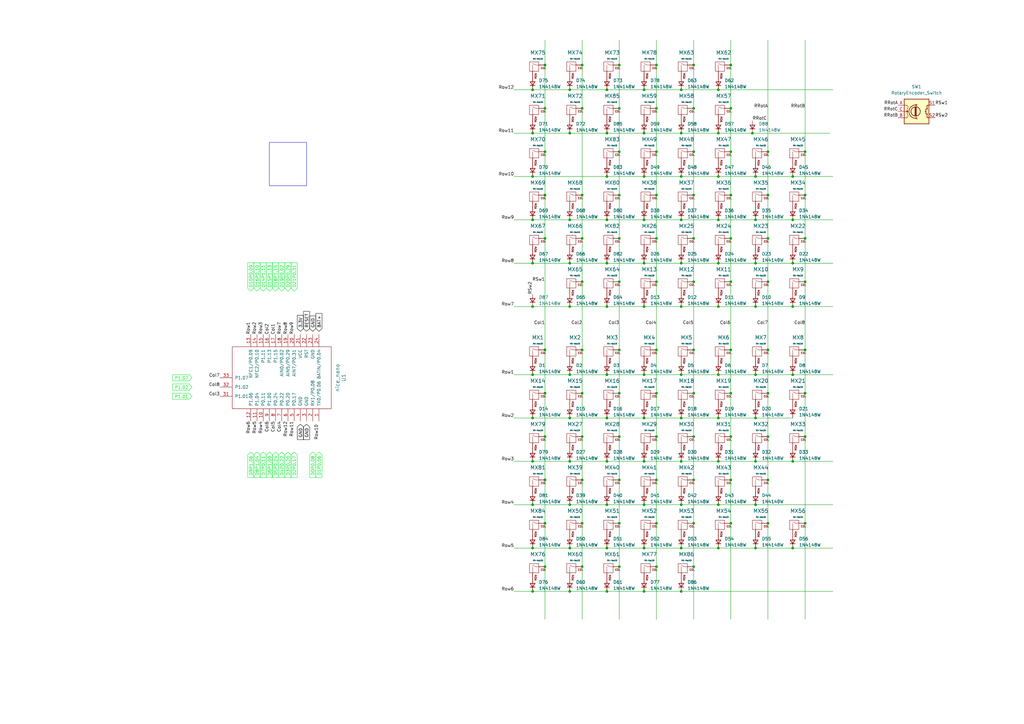
<source format=kicad_sch>
(kicad_sch (version 20250114) (generator "eeschema") (generator_version "9.0")
  (paper "A3")
  (rectangle (start 110.49 58.42) (end 125.73 76.2))
  (junction (at 314.96 62.23))
  (junction (at 233.68 36.83))
  (junction (at 284.48 232.41))
  (junction (at 309.88 72.39))
  (junction (at 309.88 171.45))
  (junction (at 264.16 153.67))
  (junction (at 284.48 115.57))
  (junction (at 248.92 153.67))
  (junction (at 325.12 224.79))
  (junction (at 284.48 143.51))
  (junction (at 294.64 153.67))
  (junction (at 325.12 125.73))
  (junction (at 218.44 36.83))
  (junction (at 218.44 72.39))
  (junction (at 330.2 115.57))
  (junction (at 254 80.01))
  (junction (at 254 179.07))
  (junction (at 223.52 97.79))
  (junction (at 279.4 90.17))
  (junction (at 325.12 189.23))
  (junction (at 264.16 171.45))
  (junction (at 299.72 62.23))
  (junction (at 299.72 115.57))
  (junction (at 233.68 153.67))
  (junction (at 233.68 90.17))
  (junction (at 299.72 143.51))
  (junction (at 264.16 107.95))
  (junction (at 248.92 224.79))
  (junction (at 269.24 161.29))
  (junction (at 269.24 62.23))
  (junction (at 269.24 44.45))
  (junction (at 233.68 207.01))
  (junction (at 254 44.45))
  (junction (at 264.16 242.57))
  (junction (at 223.52 196.85))
  (junction (at 294.64 224.79))
  (junction (at 279.4 171.45))
  (junction (at 284.48 161.29))
  (junction (at 238.76 97.79))
  (junction (at 279.4 125.73))
  (junction (at 269.24 26.67))
  (junction (at 248.92 72.39))
  (junction (at 233.68 54.61))
  (junction (at 269.24 80.01))
  (junction (at 314.96 196.85))
  (junction (at 238.76 161.29))
  (junction (at 325.12 153.67))
  (junction (at 309.88 125.73))
  (junction (at 284.48 26.67))
  (junction (at 248.92 242.57))
  (junction (at 238.76 115.57))
  (junction (at 309.88 189.23))
  (junction (at 309.88 153.67))
  (junction (at 294.64 54.61))
  (junction (at 264.16 207.01))
  (junction (at 294.64 189.23))
  (junction (at 314.96 214.63))
  (junction (at 309.88 224.79))
  (junction (at 299.72 26.67))
  (junction (at 294.64 207.01))
  (junction (at 264.16 36.83))
  (junction (at 264.16 125.73))
  (junction (at 238.76 26.67))
  (junction (at 279.4 242.57))
  (junction (at 218.44 125.73))
  (junction (at 309.88 207.01))
  (junction (at 294.64 171.45))
  (junction (at 279.4 107.95))
  (junction (at 299.72 179.07))
  (junction (at 264.16 90.17))
  (junction (at 284.48 97.79))
  (junction (at 218.44 54.61))
  (junction (at 279.4 207.01))
  (junction (at 248.92 171.45))
  (junction (at 264.16 54.61))
  (junction (at 233.68 171.45))
  (junction (at 330.2 143.51))
  (junction (at 314.96 97.79))
  (junction (at 218.44 207.01))
  (junction (at 330.2 179.07))
  (junction (at 223.52 80.01))
  (junction (at 269.24 179.07))
  (junction (at 218.44 90.17))
  (junction (at 248.92 189.23))
  (junction (at 238.76 143.51))
  (junction (at 254 232.41))
  (junction (at 299.72 161.29))
  (junction (at 279.4 153.67))
  (junction (at 233.68 224.79))
  (junction (at 264.16 224.79))
  (junction (at 238.76 44.45))
  (junction (at 325.12 107.95))
  (junction (at 223.52 232.41))
  (junction (at 269.24 143.51))
  (junction (at 325.12 72.39))
  (junction (at 248.92 207.01))
  (junction (at 309.88 107.95))
  (junction (at 314.96 179.07))
  (junction (at 279.4 224.79))
  (junction (at 238.76 80.01))
  (junction (at 218.44 171.45))
  (junction (at 294.64 72.39))
  (junction (at 223.52 214.63))
  (junction (at 308.61 54.61))
  (junction (at 294.64 36.83))
  (junction (at 299.72 97.79))
  (junction (at 248.92 36.83))
  (junction (at 279.4 36.83))
  (junction (at 330.2 214.63))
  (junction (at 279.4 72.39))
  (junction (at 294.64 125.73))
  (junction (at 254 214.63))
  (junction (at 299.72 196.85))
  (junction (at 314.96 115.57))
  (junction (at 264.16 72.39))
  (junction (at 238.76 179.07))
  (junction (at 254 97.79))
  (junction (at 330.2 97.79))
  (junction (at 233.68 189.23))
  (junction (at 284.48 196.85))
  (junction (at 218.44 189.23))
  (junction (at 254 161.29))
  (junction (at 279.4 189.23))
  (junction (at 299.72 80.01))
  (junction (at 269.24 196.85))
  (junction (at 238.76 214.63))
  (junction (at 264.16 189.23))
  (junction (at 325.12 90.17))
  (junction (at 284.48 44.45))
  (junction (at 223.52 161.29))
  (junction (at 223.52 143.51))
  (junction (at 254 143.51))
  (junction (at 248.92 90.17))
  (junction (at 233.68 242.57))
  (junction (at 309.88 90.17))
  (junction (at 269.24 97.79))
  (junction (at 223.52 44.45))
  (junction (at 223.52 179.07))
  (junction (at 238.76 196.85))
  (junction (at 269.24 115.57))
  (junction (at 284.48 62.23))
  (junction (at 218.44 107.95))
  (junction (at 330.2 80.01))
  (junction (at 314.96 143.51))
  (junction (at 254 62.23))
  (junction (at 248.92 107.95))
  (junction (at 294.64 107.95))
  (junction (at 218.44 224.79))
  (junction (at 284.48 80.01))
  (junction (at 314.96 80.01))
  (junction (at 269.24 232.41))
  (junction (at 279.4 54.61))
  (junction (at 294.64 90.17))
  (junction (at 330.2 161.29))
  (junction (at 299.72 214.63))
  (junction (at 284.48 179.07))
  (junction (at 254 26.67))
  (junction (at 314.96 161.29))
  (junction (at 223.52 62.23))
  (junction (at 223.52 26.67))
  (junction (at 299.72 44.45))
  (junction (at 284.48 214.63))
  (junction (at 254 115.57))
  (junction (at 269.24 214.63))
  (junction (at 248.92 54.61))
  (junction (at 238.76 232.41))
  (junction (at 233.68 125.73))
  (junction (at 218.44 242.57))
  (junction (at 233.68 107.95))
  (junction (at 254 196.85))
  (junction (at 330.2 62.23))
  (junction (at 218.44 153.67))
  (junction (at 248.92 125.73))
  (wire (pts (xy 254 214.63) (xy 254 232.41)))
  (wire (pts (xy 299.72 214.63) (xy 299.72 254)))
  (wire (pts (xy 279.4 107.95) (xy 294.64 107.95)))
  (wire (pts (xy 299.72 62.23) (xy 299.72 80.01)))
  (wire (pts (xy 223.52 143.51) (xy 223.52 161.29)))
  (wire (pts (xy 330.2 80.01) (xy 330.2 97.79)))
  (wire (pts (xy 218.44 189.23) (xy 233.68 189.23)))
  (wire (pts (xy 325.12 189.23) (xy 341.63 189.23)))
  (wire (pts (xy 294.64 107.95) (xy 309.88 107.95)))
  (wire (pts (xy 238.76 143.51) (xy 238.76 161.29)))
  (wire (pts (xy 264.16 224.79) (xy 279.4 224.79)))
  (wire (pts (xy 309.88 90.17) (xy 325.12 90.17)))
  (wire (pts (xy 210.82 36.83) (xy 218.44 36.83)))
  (wire (pts (xy 284.48 62.23) (xy 284.48 80.01)))
  (wire (pts (xy 223.52 161.29) (xy 223.52 179.07)))
  (wire (pts (xy 210.82 242.57) (xy 218.44 242.57)))
  (wire (pts (xy 264.16 125.73) (xy 279.4 125.73)))
  (wire (pts (xy 238.76 161.29) (xy 238.76 179.07)))
  (wire (pts (xy 223.52 97.79) (xy 223.52 143.51)))
  (wire (pts (xy 233.68 171.45) (xy 248.92 171.45)))
  (wire (pts (xy 284.48 80.01) (xy 284.48 97.79)))
  (wire (pts (xy 210.82 171.45) (xy 218.44 171.45)))
  (wire (pts (xy 325.12 125.73) (xy 341.63 125.73)))
  (wire (pts (xy 294.64 189.23) (xy 309.88 189.23)))
  (wire (pts (xy 294.64 224.79) (xy 309.88 224.79)))
  (wire (pts (xy 294.64 207.01) (xy 309.88 207.01)))
  (wire (pts (xy 233.68 107.95) (xy 248.92 107.95)))
  (wire (pts (xy 218.44 171.45) (xy 233.68 171.45)))
  (wire (pts (xy 248.92 153.67) (xy 264.16 153.67)))
  (wire (pts (xy 210.82 107.95) (xy 218.44 107.95)))
  (wire (pts (xy 314.96 62.23) (xy 314.96 80.01)))
  (wire (pts (xy 264.16 189.23) (xy 279.4 189.23)))
  (wire (pts (xy 210.82 125.73) (xy 218.44 125.73)))
  (wire (pts (xy 233.68 54.61) (xy 248.92 54.61)))
  (wire (pts (xy 330.2 62.23) (xy 330.2 80.01)))
  (wire (pts (xy 223.52 80.01) (xy 223.52 97.79)))
  (wire (pts (xy 238.76 80.01) (xy 238.76 97.79)))
  (wire (pts (xy 210.82 189.23) (xy 218.44 189.23)))
  (wire (pts (xy 309.88 72.39) (xy 325.12 72.39)))
  (wire (pts (xy 233.68 189.23) (xy 248.92 189.23)))
  (wire (pts (xy 238.76 196.85) (xy 238.76 214.63)))
  (wire (pts (xy 218.44 90.17) (xy 233.68 90.17)))
  (wire (pts (xy 218.44 107.95) (xy 233.68 107.95)))
  (wire (pts (xy 269.24 115.57) (xy 269.24 143.51)))
  (wire (pts (xy 218.44 54.61) (xy 233.68 54.61)))
  (wire (pts (xy 210.82 224.79) (xy 218.44 224.79)))
  (wire (pts (xy 233.68 207.01) (xy 248.92 207.01)))
  (wire (pts (xy 284.48 143.51) (xy 284.48 161.29)))
  (wire (pts (xy 269.24 143.51) (xy 269.24 161.29)))
  (wire (pts (xy 269.24 196.85) (xy 269.24 214.63)))
  (wire (pts (xy 314.96 214.63) (xy 314.96 254)))
  (wire (pts (xy 223.52 214.63) (xy 223.52 232.41)))
  (wire (pts (xy 330.2 143.51) (xy 330.2 161.29)))
  (wire (pts (xy 284.48 44.45) (xy 284.48 62.23)))
  (wire (pts (xy 314.96 80.01) (xy 314.96 97.79)))
  (wire (pts (xy 309.88 189.23) (xy 325.12 189.23)))
  (wire (pts (xy 254 143.51) (xy 254 161.29)))
  (wire (pts (xy 330.2 161.29) (xy 330.2 179.07)))
  (wire (pts (xy 218.44 153.67) (xy 233.68 153.67)))
  (wire (pts (xy 294.64 72.39) (xy 309.88 72.39)))
  (wire (pts (xy 284.48 161.29) (xy 284.48 179.07)))
  (wire (pts (xy 248.92 171.45) (xy 264.16 171.45)))
  (wire (pts (xy 264.16 107.95) (xy 279.4 107.95)))
  (wire (pts (xy 279.4 207.01) (xy 294.64 207.01)))
  (wire (pts (xy 269.24 232.41) (xy 269.24 254)))
  (wire (pts (xy 248.92 36.83) (xy 264.16 36.83)))
  (wire (pts (xy 210.82 54.61) (xy 218.44 54.61)))
  (wire (pts (xy 269.24 214.63) (xy 269.24 232.41)))
  (wire (pts (xy 238.76 115.57) (xy 238.76 143.51)))
  (wire (pts (xy 309.88 224.79) (xy 325.12 224.79)))
  (wire (pts (xy 264.16 207.01) (xy 279.4 207.01)))
  (wire (pts (xy 309.88 171.45) (xy 325.12 171.45)))
  (wire (pts (xy 325.12 107.95) (xy 341.63 107.95)))
  (wire (pts (xy 238.76 179.07) (xy 238.76 196.85)))
  (wire (pts (xy 279.4 90.17) (xy 294.64 90.17)))
  (wire (pts (xy 233.68 36.83) (xy 248.92 36.83)))
  (wire (pts (xy 279.4 125.73) (xy 294.64 125.73)))
  (wire (pts (xy 264.16 153.67) (xy 279.4 153.67)))
  (wire (pts (xy 254 44.45) (xy 254 62.23)))
  (wire (pts (xy 248.92 224.79) (xy 264.16 224.79)))
  (wire (pts (xy 279.4 36.83) (xy 294.64 36.83)))
  (wire (pts (xy 325.12 224.79) (xy 341.63 224.79)))
  (wire (pts (xy 218.44 72.39) (xy 248.92 72.39)))
  (wire (pts (xy 294.64 153.67) (xy 309.88 153.67)))
  (wire (pts (xy 254 232.41) (xy 254 254)))
  (wire (pts (xy 299.72 179.07) (xy 299.72 196.85)))
  (wire (pts (xy 254 62.23) (xy 254 80.01)))
  (wire (pts (xy 210.82 153.67) (xy 218.44 153.67)))
  (wire (pts (xy 223.52 62.23) (xy 223.52 80.01)))
  (wire (pts (xy 294.64 171.45) (xy 309.88 171.45)))
  (wire (pts (xy 223.52 44.45) (xy 223.52 62.23)))
  (wire (pts (xy 279.4 54.61) (xy 294.64 54.61)))
  (wire (pts (xy 254 26.67) (xy 254 44.45)))
  (wire (pts (xy 299.72 115.57) (xy 299.72 143.51)))
  (wire (pts (xy 218.44 36.83) (xy 233.68 36.83)))
  (wire (pts (xy 233.68 153.67) (xy 248.92 153.67)))
  (wire (pts (xy 264.16 72.39) (xy 279.4 72.39)))
  (wire (pts (xy 248.92 242.57) (xy 264.16 242.57)))
  (wire (pts (xy 233.68 90.17) (xy 248.92 90.17)))
  (wire (pts (xy 314.96 16.51) (xy 314.96 62.23)))
  (wire (pts (xy 254 80.01) (xy 254 97.79)))
  (wire (pts (xy 284.48 16.51) (xy 284.48 26.67)))
  (wire (pts (xy 284.48 214.63) (xy 284.48 232.41)))
  (wire (pts (xy 264.16 36.83) (xy 279.4 36.83)))
  (wire (pts (xy 284.48 232.41) (xy 284.48 254)))
  (wire (pts (xy 218.44 207.01) (xy 233.68 207.01)))
  (wire (pts (xy 248.92 107.95) (xy 264.16 107.95)))
  (wire (pts (xy 284.48 179.07) (xy 284.48 196.85)))
  (wire (pts (xy 309.88 107.95) (xy 325.12 107.95)))
  (wire (pts (xy 330.2 97.79) (xy 330.2 115.57)))
  (wire (pts (xy 218.44 224.79) (xy 233.68 224.79)))
  (wire (pts (xy 238.76 44.45) (xy 238.76 80.01)))
  (wire (pts (xy 264.16 242.57) (xy 279.4 242.57)))
  (wire (pts (xy 308.61 54.61) (xy 340.36 54.61)))
  (wire (pts (xy 284.48 97.79) (xy 284.48 115.57)))
  (wire (pts (xy 325.12 72.39) (xy 341.63 72.39)))
  (wire (pts (xy 264.16 90.17) (xy 279.4 90.17)))
  (wire (pts (xy 210.82 207.01) (xy 218.44 207.01)))
  (wire (pts (xy 248.92 72.39) (xy 264.16 72.39)))
  (wire (pts (xy 279.4 224.79) (xy 294.64 224.79)))
  (wire (pts (xy 279.4 153.67) (xy 294.64 153.67)))
  (wire (pts (xy 279.4 171.45) (xy 294.64 171.45)))
  (wire (pts (xy 223.52 232.41) (xy 223.52 254)))
  (wire (pts (xy 269.24 16.51) (xy 269.24 26.67)))
  (wire (pts (xy 279.4 189.23) (xy 294.64 189.23)))
  (wire (pts (xy 294.64 36.83) (xy 341.63 36.83)))
  (wire (pts (xy 223.52 16.51) (xy 223.52 26.67)))
  (wire (pts (xy 309.88 207.01) (xy 341.63 207.01)))
  (wire (pts (xy 299.72 161.29) (xy 299.72 179.07)))
  (wire (pts (xy 330.2 16.51) (xy 330.2 62.23)))
  (wire (pts (xy 210.82 72.39) (xy 218.44 72.39)))
  (wire (pts (xy 264.16 171.45) (xy 279.4 171.45)))
  (wire (pts (xy 264.16 54.61) (xy 279.4 54.61)))
  (wire (pts (xy 223.52 26.67) (xy 223.52 44.45)))
  (wire (pts (xy 330.2 115.57) (xy 330.2 143.51)))
  (wire (pts (xy 269.24 179.07) (xy 269.24 196.85)))
  (wire (pts (xy 299.72 26.67) (xy 299.72 44.45)))
  (wire (pts (xy 238.76 97.79) (xy 238.76 115.57)))
  (wire (pts (xy 269.24 97.79) (xy 269.24 115.57)))
  (wire (pts (xy 314.96 196.85) (xy 314.96 214.63)))
  (wire (pts (xy 218.44 125.73) (xy 233.68 125.73)))
  (wire (pts (xy 294.64 90.17) (xy 309.88 90.17)))
  (wire (pts (xy 309.88 125.73) (xy 325.12 125.73)))
  (wire (pts (xy 294.64 54.61) (xy 308.61 54.61)))
  (wire (pts (xy 325.12 90.17) (xy 341.63 90.17)))
  (wire (pts (xy 238.76 232.41) (xy 238.76 254)))
  (wire (pts (xy 223.52 179.07) (xy 223.52 196.85)))
  (wire (pts (xy 279.4 72.39) (xy 294.64 72.39)))
  (wire (pts (xy 314.96 179.07) (xy 314.96 196.85)))
  (wire (pts (xy 248.92 54.61) (xy 264.16 54.61)))
  (wire (pts (xy 299.72 80.01) (xy 299.72 97.79)))
  (wire (pts (xy 223.52 196.85) (xy 223.52 214.63)))
  (wire (pts (xy 330.2 179.07) (xy 330.2 214.63)))
  (wire (pts (xy 325.12 153.67) (xy 341.63 153.67)))
  (wire (pts (xy 254 179.07) (xy 254 196.85)))
  (wire (pts (xy 233.68 242.57) (xy 248.92 242.57)))
  (wire (pts (xy 314.96 115.57) (xy 314.96 143.51)))
  (wire (pts (xy 314.96 97.79) (xy 314.96 115.57)))
  (wire (pts (xy 309.88 153.67) (xy 325.12 153.67)))
  (wire (pts (xy 299.72 44.45) (xy 299.72 62.23)))
  (wire (pts (xy 218.44 242.57) (xy 233.68 242.57)))
  (wire (pts (xy 269.24 26.67) (xy 269.24 44.45)))
  (wire (pts (xy 330.2 214.63) (xy 330.2 254)))
  (wire (pts (xy 248.92 90.17) (xy 264.16 90.17)))
  (wire (pts (xy 233.68 224.79) (xy 248.92 224.79)))
  (wire (pts (xy 314.96 143.51) (xy 314.96 161.29)))
  (wire (pts (xy 254 115.57) (xy 254 143.51)))
  (wire (pts (xy 238.76 26.67) (xy 238.76 44.45)))
  (wire (pts (xy 254 16.51) (xy 254 26.67)))
  (wire (pts (xy 299.72 16.51) (xy 299.72 26.67)))
  (wire (pts (xy 269.24 80.01) (xy 269.24 97.79)))
  (wire (pts (xy 284.48 115.57) (xy 284.48 143.51)))
  (wire (pts (xy 248.92 207.01) (xy 264.16 207.01)))
  (wire (pts (xy 238.76 16.51) (xy 238.76 26.67)))
  (wire (pts (xy 314.96 161.29) (xy 314.96 179.07)))
  (wire (pts (xy 210.82 90.17) (xy 218.44 90.17)))
  (wire (pts (xy 233.68 125.73) (xy 248.92 125.73)))
  (wire (pts (xy 294.64 125.73) (xy 309.88 125.73)))
  (wire (pts (xy 238.76 214.63) (xy 238.76 232.41)))
  (wire (pts (xy 254 97.79) (xy 254 115.57)))
  (wire (pts (xy 248.92 125.73) (xy 264.16 125.73)))
  (wire (pts (xy 299.72 97.79) (xy 299.72 115.57)))
  (wire (pts (xy 299.72 196.85) (xy 299.72 214.63)))
  (wire (pts (xy 254 161.29) (xy 254 179.07)))
  (wire (pts (xy 299.72 143.51) (xy 299.72 161.29)))
  (wire (pts (xy 269.24 161.29) (xy 269.24 179.07)))
  (wire (pts (xy 284.48 196.85) (xy 284.48 214.63)))
  (wire (pts (xy 269.24 44.45) (xy 269.24 62.23)))
  (wire (pts (xy 248.92 189.23) (xy 264.16 189.23)))
  (wire (pts (xy 279.4 242.57) (xy 341.63 242.57)))
  (wire (pts (xy 284.48 26.67) (xy 284.48 44.45)))
  (wire (pts (xy 269.24 62.23) (xy 269.24 80.01)))
  (wire (pts (xy 254 196.85) (xy 254 214.63)))
  (label "RSw2" (at 383.54 48.26 0))
  (label "Row6" (at 102.87 172.72 270))
  (label "Row9" (at 120.65 137.16 90))
  (label "Col6" (at 299.72 133.35 180))
  (label "Col1" (at 113.03 137.16 90))
  (label "Row7" (at 115.57 137.16 90))
  (label "Row1" (at 102.87 137.16 90))
  (label "RRotC" (at 368.3 45.72 180))
  (label "Row2" (at 105.41 137.16 90))
  (label "Row5" (at 210.82 224.79 180))
  (label "Col7" (at 90.17 154.94 180))
  (label "Row1" (at 210.82 153.67 180))
  (label "Row11" (at 120.65 172.72 270))
  (label "Row4" (at 107.95 172.72 270))
  (label "Col2" (at 238.76 133.35 180))
  (label "RRotA" (at 314.96 44.45 180))
  (label "RSw2" (at 218.44 120.65 90))
  (label "Col4" (at 115.57 172.72 270))
  (label "Col7" (at 314.96 133.35 180))
  (label "Col8" (at 90.17 158.75 180))
  (label "Row3" (at 107.95 137.16 90))
  (label "Row8" (at 118.11 137.16 90))
  (label "RSw1" (at 223.52 115.57 180))
  (label "Row6" (at 210.82 242.57 180))
  (label "RRotB" (at 368.3 48.26 180))
  (label "Col5" (at 113.03 172.72 270))
  (label "Col2" (at 110.49 137.16 90))
  (label "Row2" (at 210.82 171.45 180))
  (label "Row3" (at 210.82 189.23 180))
  (label "RRotA" (at 368.3 43.18 180))
  (label "Row11" (at 210.82 54.61 180))
  (label "Col3" (at 254 133.35 180))
  (label "Row8" (at 210.82 107.95 180))
  (label "Row10" (at 130.81 173.99 270))
  (label "Row12" (at 118.11 172.72 270))
  (label "RRotC" (at 308.61 49.53 0))
  (label "Col4" (at 269.24 133.35 180))
  (label "Col1" (at 223.52 133.35 180))
  (label "RSw1" (at 383.54 43.18 0))
  (label "Row4" (at 210.82 207.01 180))
  (label "Row12" (at 210.82 36.83 180))
  (label "Row10" (at 210.82 72.39 180))
  (label "Row9" (at 210.82 90.17 180))
  (label "Row7" (at 210.82 125.73 180))
  (label "Col8" (at 330.2 133.35 180))
  (label "Col6" (at 110.49 172.72 270))
  (label "Row5" (at 105.41 172.72 270))
  (label "Col5" (at 284.48 133.35 180))
  (label "Col3" (at 90.17 162.56 180))
  (label "RRotB" (at 330.2 44.45 180))
  (global_label "P1.02" (shape input) (at 78.74 158.75 180) (property "Intersheetrefs" "${INTERSHEET_REFS}" (effects (hide yes))))
  (global_label "D15P1.13" (shape input) (at 110.49 119.38 90) (property "Intersheetrefs" "${INTERSHEET_REFS}" (effects (hide yes))))
  (global_label "D6P1.00" (shape input) (at 110.49 185.42 270) (property "Intersheetrefs" "${INTERSHEET_REFS}" (effects (hide yes))))
  (global_label "D4P0.22" (shape input) (at 115.57 185.42 270) (property "Intersheetrefs" "${INTERSHEET_REFS}" (effects (hide yes))))
  (global_label "D8P1.04" (shape input) (at 105.41 185.42 270) (property "Intersheetrefs" "${INTERSHEET_REFS}" (effects (hide yes))))
  (global_label "D14P1.11" (shape input) (at 107.95 119.38 90) (property "Intersheetrefs" "${INTERSHEET_REFS}" (effects (hide yes))))
  (global_label "GND" (shape input) (at 125.73 173.99 270) (property "Intersheetrefs" "${INTERSHEET_REFS}" (effects (hide yes))))
  (global_label "D19P0.02" (shape input) (at 115.57 119.38 90) (property "Intersheetrefs" "${INTERSHEET_REFS}" (effects (hide yes))))
  (global_label "D7P0.11" (shape input) (at 107.95 185.42 270) (property "Intersheetrefs" "${INTERSHEET_REFS}" (effects (hide yes))))
  (global_label "GND" (shape input) (at 128.27 135.89 90) (property "Intersheetrefs" "${INTERSHEET_REFS}" (effects (hide yes))))
  (global_label "3.3V" (shape input) (at 123.19 135.89 90) (property "Intersheetrefs" "${INTERSHEET_REFS}" (effects (hide yes))))
  (global_label "D1P0.06" (shape input) (at 130.81 185.42 270) (property "Intersheetrefs" "${INTERSHEET_REFS}" (effects (hide yes))))
  (global_label "D10P0.09" (shape input) (at 102.87 119.38 90) (property "Intersheetrefs" "${INTERSHEET_REFS}" (effects (hide yes))))
  (global_label "GND" (shape input) (at 123.19 173.99 270) (property "Intersheetrefs" "${INTERSHEET_REFS}" (effects (hide yes))))
  (global_label "D9P1.06" (shape input) (at 102.87 185.42 270) (property "Intersheetrefs" "${INTERSHEET_REFS}" (effects (hide yes))))
  (global_label "D2P0.17" (shape input) (at 120.65 185.42 270) (property "Intersheetrefs" "${INTERSHEET_REFS}" (effects (hide yes))))
  (global_label "D0P0.08" (shape input) (at 128.27 185.42 270) (property "Intersheetrefs" "${INTERSHEET_REFS}" (effects (hide yes))))
  (global_label "D3P0.20" (shape input) (at 118.11 185.42 270) (property "Intersheetrefs" "${INTERSHEET_REFS}" (effects (hide yes))))
  (global_label "D20P0.29" (shape input) (at 118.11 119.38 90) (property "Intersheetrefs" "${INTERSHEET_REFS}" (effects (hide yes))))
  (global_label "D18P1.15" (shape input) (at 113.03 119.38 90) (property "Intersheetrefs" "${INTERSHEET_REFS}" (effects (hide yes))))
  (global_label "P1.07" (shape input) (at 78.74 154.94 180) (property "Intersheetrefs" "${INTERSHEET_REFS}" (effects (hide yes))))
  (global_label "RESET" (shape input) (at 125.73 135.89 90) (property "Intersheetrefs" "${INTERSHEET_REFS}" (effects (hide yes))))
  (global_label "P1.01" (shape input) (at 78.74 162.56 180) (property "Intersheetrefs" "${INTERSHEET_REFS}" (effects (hide yes))))
  (global_label "D21P0.31" (shape input) (at 120.65 119.38 90) (property "Intersheetrefs" "${INTERSHEET_REFS}" (effects (hide yes))))
  (global_label "D5P0.24" (shape input) (at 113.03 185.42 270) (property "Intersheetrefs" "${INTERSHEET_REFS}" (effects (hide yes))))
  (global_label "BAT+" (shape input) (at 130.81 135.89 90) (property "Intersheetrefs" "${INTERSHEET_REFS}" (effects (hide yes))))
  (global_label "D16P0.10" (shape input) (at 105.41 119.38 90) (property "Intersheetrefs" "${INTERSHEET_REFS}" (effects (hide yes))))
  (symbol (lib_id "Device:D_Small") (at 248.92 34.29 90) (unit 1)
    (property "Reference" "D73" (at 251.46 33.0199 90) (effects (justify right)))
    (property "Value" "1N4148W" (at 251.46 35.5599 90) (effects (justify right)))
    (property "Footprint" "Diode_SMD:D_SOD-123" (effects (hide yes)))
    (property "Description" "Diode, small symbol" (effects (hide yes)))
    (property "Sim.Device" "D" (effects (hide yes)))
    (property "Sim.Pins" "1=K 2=A" (effects (hide yes)))
  )
  (symbol (lib_id "Device:D_Small") (at 264.16 87.63 90) (unit 1)
    (property "Reference" "D38" (at 266.7 86.3599 90) (effects (justify right)))
    (property "Value" "1N4148W" (at 266.7 88.8999 90) (effects (justify right)))
    (property "Footprint" "Diode_SMD:D_SOD-123" (effects (hide yes)))
    (property "Description" "Diode, small symbol" (effects (hide yes)))
    (property "Sim.Device" "D" (effects (hide yes)))
    (property "Sim.Pins" "1=K 2=A" (effects (hide yes)))
  )
  (symbol (lib_id "MX_Alps_Hybrid:MX-NoLED") (at 250.19 144.78 0) (unit 1)
    (property "Reference" "MX3" (at 251.0852 138.43 0) (effects (font (size 1.524 1.524))))
    (property "Value" "MX-NoLED" (at 251.0852 140.97 0) (effects (font (size 0.508 0.508))))
    (property "Footprint" "MX_Only:MXOnly-1U-Hotswap" (effects (hide yes)))
  )
  (symbol (lib_id "Device:D_Small") (at 218.44 204.47 90) (unit 1)
    (property "Reference" "D81" (at 220.98 203.1999 90) (effects (justify right)))
    (property "Value" "1N4148W" (at 220.98 205.7399 90) (effects (justify right)))
    (property "Footprint" "Diode_SMD:D_SOD-123" (effects (hide yes)))
    (property "Description" "Diode, small symbol" (effects (hide yes)))
    (property "Sim.Device" "D" (effects (hide yes)))
    (property "Sim.Pins" "1=K 2=A" (effects (hide yes)))
  )
  (symbol (lib_id "MX_Alps_Hybrid:MX-NoLED") (at 250.19 180.34 0) (unit 1)
    (property "Reference" "MX28" (at 251.0852 173.99 0) (effects (font (size 1.524 1.524))))
    (property "Value" "MX-NoLED" (at 251.0852 176.53 0) (effects (font (size 0.508 0.508))))
    (property "Footprint" "MX_Only:MXOnly-1U-Hotswap" (effects (hide yes)))
  )
  (symbol (lib_id "Device:D_Small") (at 309.88 151.13 90) (unit 1)
    (property "Reference" "D7" (at 312.42 149.8599 90) (effects (justify right)))
    (property "Value" "1N4148W" (at 312.42 152.3999 90) (effects (justify right)))
    (property "Footprint" "Diode_SMD:D_SOD-123" (effects (hide yes)))
    (property "Description" "Diode, small symbol" (effects (hide yes)))
    (property "Sim.Device" "D" (effects (hide yes)))
    (property "Sim.Pins" "1=K 2=A" (effects (hide yes)))
  )
  (symbol (lib_id "MX_Alps_Hybrid:MX-NoLED") (at 265.43 198.12 0) (unit 1)
    (property "Reference" "MX41" (at 266.3252 191.77 0) (effects (font (size 1.524 1.524))))
    (property "Value" "MX-NoLED" (at 266.3252 194.31 0) (effects (font (size 0.508 0.508))))
    (property "Footprint" "MX_Only:MXOnly-1U-Hotswap" (effects (hide yes)))
  )
  (symbol (lib_id "Device:D_Small") (at 294.64 69.85 90) (unit 1)
    (property "Reference" "D47" (at 297.18 68.5799 90) (effects (justify right)))
    (property "Value" "1N4148W" (at 297.18 71.1199 90) (effects (justify right)))
    (property "Footprint" "Diode_SMD:D_SOD-123" (effects (hide yes)))
    (property "Description" "Diode, small symbol" (effects (hide yes)))
    (property "Sim.Device" "D" (effects (hide yes)))
    (property "Sim.Pins" "1=K 2=A" (effects (hide yes)))
  )
  (symbol (lib_id "MX_Alps_Hybrid:MX-NoLED") (at 326.39 116.84 0) (unit 1)
    (property "Reference" "MX9" (at 327.2852 110.49 0) (effects (font (size 1.524 1.524))))
    (property "Value" "MX-NoLED" (at 327.2852 113.03 0) (effects (font (size 0.508 0.508))))
    (property "Footprint" "MX_Only:MXOnly-1U-Hotswap" (effects (hide yes)))
  )
  (symbol (lib_id "MX_Alps_Hybrid:MX-NoLED") (at 311.15 81.28 0) (unit 1)
    (property "Reference" "MX35" (at 312.0452 74.93 0) (effects (font (size 1.524 1.524))))
    (property "Value" "MX-NoLED" (at 312.0452 77.47 0) (effects (font (size 0.508 0.508))))
    (property "Footprint" "MX_Only:MXOnly-1U-Hotswap" (effects (hide yes)))
  )
  (symbol (lib_id "Device:D_Small") (at 218.44 105.41 90) (unit 1)
    (property "Reference" "D67" (at 220.98 104.1399 90) (effects (justify right)))
    (property "Value" "1N4148W" (at 220.98 106.6799 90) (effects (justify right)))
    (property "Footprint" "Diode_SMD:D_SOD-123" (effects (hide yes)))
    (property "Description" "Diode, small symbol" (effects (hide yes)))
    (property "Sim.Device" "D" (effects (hide yes)))
    (property "Sim.Pins" "1=K 2=A" (effects (hide yes)))
  )
  (symbol (lib_id "Device:D_Small") (at 264.16 240.03 90) (unit 1)
    (property "Reference" "D77" (at 266.7 238.7599 90) (effects (justify right)))
    (property "Value" "1N4148W" (at 266.7 241.2999 90) (effects (justify right)))
    (property "Footprint" "Diode_SMD:D_SOD-123" (effects (hide yes)))
    (property "Description" "Diode, small symbol" (effects (hide yes)))
    (property "Sim.Device" "D" (effects (hide yes)))
    (property "Sim.Pins" "1=K 2=A" (effects (hide yes)))
  )
  (symbol (lib_id "MX_Alps_Hybrid:MX-NoLED") (at 311.15 198.12 0) (unit 1)
    (property "Reference" "MX44" (at 312.0452 191.77 0) (effects (font (size 1.524 1.524))))
    (property "Value" "MX-NoLED" (at 312.0452 194.31 0) (effects (font (size 0.508 0.508))))
    (property "Footprint" "MX_Only:MXOnly-1U-Hotswap" (effects (hide yes)))
  )
  (symbol (lib_id "MX_Alps_Hybrid:MX-NoLED") (at 295.91 99.06 0) (unit 1)
    (property "Reference" "MX24" (at 296.8052 92.71 0) (effects (font (size 1.524 1.524))))
    (property "Value" "MX-NoLED" (at 296.8052 95.25 0) (effects (font (size 0.508 0.508))))
    (property "Footprint" "MX_Only:MXOnly-1U-Hotswap" (effects (hide yes)))
  )
  (symbol (lib_id "MX_Alps_Hybrid:MX-NoLED") (at 311.15 116.84 0) (unit 1)
    (property "Reference" "MX10" (at 312.0452 110.49 0) (effects (font (size 1.524 1.524))))
    (property "Value" "MX-NoLED" (at 312.0452 113.03 0) (effects (font (size 0.508 0.508))))
    (property "Footprint" "MX_Only:MXOnly-1U-Hotswap" (effects (hide yes)))
  )
  (symbol (lib_id "Device:D_Small") (at 279.4 222.25 90) (unit 1)
    (property "Reference" "D53" (at 281.94 220.9799 90) (effects (justify right)))
    (property "Value" "1N4148W" (at 281.94 223.5199 90) (effects (justify right)))
    (property "Footprint" "Diode_SMD:D_SOD-123" (effects (hide yes)))
    (property "Description" "Diode, small symbol" (effects (hide yes)))
    (property "Sim.Device" "D" (effects (hide yes)))
    (property "Sim.Pins" "1=K 2=A" (effects (hide yes)))
  )
  (symbol (lib_id "MX_Alps_Hybrid:MX-NoLED") (at 250.19 198.12 0) (unit 1)
    (property "Reference" "MX40" (at 251.0852 191.77 0) (effects (font (size 1.524 1.524))))
    (property "Value" "MX-NoLED" (at 251.0852 194.31 0) (effects (font (size 0.508 0.508))))
    (property "Footprint" "MX_Only:MXOnly-1U-Hotswap" (effects (hide yes)))
  )
  (symbol (lib_id "MX_Alps_Hybrid:MX-NoLED") (at 311.15 63.5 0) (unit 1)
    (property "Reference" "MX46" (at 312.0452 57.15 0) (effects (font (size 1.524 1.524))))
    (property "Value" "MX-NoLED" (at 312.0452 59.69 0) (effects (font (size 0.508 0.508))))
    (property "Footprint" "MX_Only:MXOnly-1U-Hotswap" (effects (hide yes)))
  )
  (symbol (lib_id "Device:D_Small") (at 325.12 69.85 90) (unit 1)
    (property "Reference" "D45" (at 327.66 68.5799 90) (effects (justify right)))
    (property "Value" "1N4148W" (at 327.66 71.1199 90) (effects (justify right)))
    (property "Footprint" "Diode_SMD:D_SOD-123" (effects (hide yes)))
    (property "Description" "Diode, small symbol" (effects (hide yes)))
    (property "Sim.Device" "D" (effects (hide yes)))
    (property "Sim.Pins" "1=K 2=A" (effects (hide yes)))
  )
  (symbol (lib_id "MX_Alps_Hybrid:MX-NoLED") (at 219.71 27.94 0) (unit 1)
    (property "Reference" "MX75" (at 220.6052 21.59 0) (effects (font (size 1.524 1.524))))
    (property "Value" "MX-NoLED" (at 220.6052 24.13 0) (effects (font (size 0.508 0.508))))
    (property "Footprint" "MX_Only:MXOnly-1U-Hotswap" (effects (hide yes)))
  )
  (symbol (lib_id "Device:D_Small") (at 233.68 151.13 90) (unit 1)
    (property "Reference" "D2" (at 236.22 149.8599 90) (effects (justify right)))
    (property "Value" "1N4148W" (at 236.22 152.3999 90) (effects (justify right)))
    (property "Footprint" "Diode_SMD:D_SOD-123" (effects (hide yes)))
    (property "Description" "Diode, small symbol" (effects (hide yes)))
    (property "Sim.Device" "D" (effects (hide yes)))
    (property "Sim.Pins" "1=K 2=A" (effects (hide yes)))
  )
  (symbol (lib_id "Device:D_Small") (at 279.4 52.07 90) (unit 1)
    (property "Reference" "D58" (at 281.94 50.7999 90) (effects (justify right)))
    (property "Value" "1N4148W" (at 281.94 53.3399 90) (effects (justify right)))
    (property "Footprint" "Diode_SMD:D_SOD-123" (effects (hide yes)))
    (property "Description" "Diode, small symbol" (effects (hide yes)))
    (property "Sim.Device" "D" (effects (hide yes)))
    (property "Sim.Pins" "1=K 2=A" (effects (hide yes)))
  )
  (symbol (lib_id "Device:D_Small") (at 309.88 222.25 90) (unit 1)
    (property "Reference" "D55" (at 312.42 220.9799 90) (effects (justify right)))
    (property "Value" "1N4148W" (at 312.42 223.5199 90) (effects (justify right)))
    (property "Footprint" "Diode_SMD:D_SOD-123" (effects (hide yes)))
    (property "Description" "Diode, small symbol" (effects (hide yes)))
    (property "Sim.Device" "D" (effects (hide yes)))
    (property "Sim.Pins" "1=K 2=A" (effects (hide yes)))
  )
  (symbol (lib_id "MX_Alps_Hybrid:MX-NoLED") (at 280.67 99.06 0) (unit 1)
    (property "Reference" "MX25" (at 281.5652 92.71 0) (effects (font (size 1.524 1.524))))
    (property "Value" "MX-NoLED" (at 281.5652 95.25 0) (effects (font (size 0.508 0.508))))
    (property "Footprint" "MX_Only:MXOnly-1U-Hotswap" (effects (hide yes)))
  )
  (symbol (lib_id "Device:D_Small") (at 294.64 123.19 90) (unit 1)
    (property "Reference" "D11" (at 297.18 121.9199 90) (effects (justify right)))
    (property "Value" "1N4148W" (at 297.18 124.4599 90) (effects (justify right)))
    (property "Footprint" "Diode_SMD:D_SOD-123" (effects (hide yes)))
    (property "Description" "Diode, small symbol" (effects (hide yes)))
    (property "Sim.Device" "D" (effects (hide yes)))
    (property "Sim.Pins" "1=K 2=A" (effects (hide yes)))
  )
  (symbol (lib_id "Device:D_Small") (at 248.92 151.13 90) (unit 1)
    (property "Reference" "D3" (at 251.46 149.8599 90) (effects (justify right)))
    (property "Value" "1N4148W" (at 251.46 152.3999 90) (effects (justify right)))
    (property "Footprint" "Diode_SMD:D_SOD-123" (effects (hide yes)))
    (property "Description" "Diode, small symbol" (effects (hide yes)))
    (property "Sim.Device" "D" (effects (hide yes)))
    (property "Sim.Pins" "1=K 2=A" (effects (hide yes)))
  )
  (symbol (lib_id "MX_Alps_Hybrid:MX-NoLED") (at 234.95 27.94 0) (unit 1)
    (property "Reference" "MX74" (at 235.8452 21.59 0) (effects (font (size 1.524 1.524))))
    (property "Value" "MX-NoLED" (at 235.8452 24.13 0) (effects (font (size 0.508 0.508))))
    (property "Footprint" "MX_Only:MXOnly-1U-Hotswap" (effects (hide yes)))
  )
  (symbol (lib_id "MX_Alps_Hybrid:MX-NoLED") (at 311.15 99.06 0) (unit 1)
    (property "Reference" "MX23" (at 312.0452 92.71 0) (effects (font (size 1.524 1.524))))
    (property "Value" "MX-NoLED" (at 312.0452 95.25 0) (effects (font (size 0.508 0.508))))
    (property "Footprint" "MX_Only:MXOnly-1U-Hotswap" (effects (hide yes)))
  )
  (symbol (lib_id "MX_Alps_Hybrid:MX-NoLED") (at 265.43 99.06 0) (unit 1)
    (property "Reference" "MX26" (at 266.3252 92.71 0) (effects (font (size 1.524 1.524))))
    (property "Value" "MX-NoLED" (at 266.3252 95.25 0) (effects (font (size 0.508 0.508))))
    (property "Footprint" "MX_Only:MXOnly-1U-Hotswap" (effects (hide yes)))
  )
  (symbol (lib_id "Device:D_Small") (at 248.92 168.91 90) (unit 1)
    (property "Reference" "D16" (at 251.46 167.6399 90) (effects (justify right)))
    (property "Value" "1N4148W" (at 251.46 170.1799 90) (effects (justify right)))
    (property "Footprint" "Diode_SMD:D_SOD-123" (effects (hide yes)))
    (property "Description" "Diode, small symbol" (effects (hide yes)))
    (property "Sim.Device" "D" (effects (hide yes)))
    (property "Sim.Pins" "1=K 2=A" (effects (hide yes)))
  )
  (symbol (lib_id "Device:D_Small") (at 233.68 186.69 90) (unit 1)
    (property "Reference" "D27" (at 236.22 185.4199 90) (effects (justify right)))
    (property "Value" "1N4148W" (at 236.22 187.9599 90) (effects (justify right)))
    (property "Footprint" "Diode_SMD:D_SOD-123" (effects (hide yes)))
    (property "Description" "Diode, small symbol" (effects (hide yes)))
    (property "Sim.Device" "D" (effects (hide yes)))
    (property "Sim.Pins" "1=K 2=A" (effects (hide yes)))
  )
  (symbol (lib_id "MX_Alps_Hybrid:MX-NoLED") (at 265.43 215.9 0) (unit 1)
    (property "Reference" "MX52" (at 266.3252 209.55 0) (effects (font (size 1.524 1.524))))
    (property "Value" "MX-NoLED" (at 266.3252 212.09 0) (effects (font (size 0.508 0.508))))
    (property "Footprint" "MX_Only:MXOnly-1U-Hotswap" (effects (hide yes)))
  )
  (symbol (lib_id "Device:D_Small") (at 233.68 123.19 90) (unit 1)
    (property "Reference" "D65" (at 236.22 121.9199 90) (effects (justify right)))
    (property "Value" "1N4148W" (at 236.22 124.4599 90) (effects (justify right)))
    (property "Footprint" "Diode_SMD:D_SOD-123" (effects (hide yes)))
    (property "Description" "Diode, small symbol" (effects (hide yes)))
    (property "Sim.Device" "D" (effects (hide yes)))
    (property "Sim.Pins" "1=K 2=A" (effects (hide yes)))
  )
  (symbol (lib_id "MX_Alps_Hybrid:MX-NoLED") (at 219.71 99.06 0) (unit 1)
    (property "Reference" "MX67" (at 220.6052 92.71 0) (effects (font (size 1.524 1.524))))
    (property "Value" "MX-NoLED" (at 220.6052 95.25 0) (effects (font (size 0.508 0.508))))
    (property "Footprint" "MX_Only:MXOnly-1U-Hotswap" (effects (hide yes)))
  )
  (symbol (lib_id "Device:D_Small") (at 325.12 105.41 90) (unit 1)
    (property "Reference" "D22" (at 327.66 104.1399 90) (effects (justify right)))
    (property "Value" "1N4148W" (at 327.66 106.6799 90) (effects (justify right)))
    (property "Footprint" "Diode_SMD:D_SOD-123" (effects (hide yes)))
    (property "Description" "Diode, small symbol" (effects (hide yes)))
    (property "Sim.Device" "D" (effects (hide yes)))
    (property "Sim.Pins" "1=K 2=A" (effects (hide yes)))
  )
  (symbol (lib_id "Device:D_Small") (at 309.88 168.91 90) (unit 1)
    (property "Reference" "D20" (at 312.42 167.6399 90) (effects (justify right)))
    (property "Value" "1N4148W" (at 312.42 170.1799 90) (effects (justify right)))
    (property "Footprint" "Diode_SMD:D_SOD-123" (effects (hide yes)))
    (property "Description" "Diode, small symbol" (effects (hide yes)))
    (property "Sim.Device" "D" (effects (hide yes)))
    (property "Sim.Pins" "1=K 2=A" (effects (hide yes)))
  )
  (symbol (lib_id "Device:D_Small") (at 309.88 123.19 90) (unit 1)
    (property "Reference" "D10" (at 312.42 121.9199 90) (effects (justify right)))
    (property "Value" "1N4148W" (at 312.42 124.4599 90) (effects (justify right)))
    (property "Footprint" "Diode_SMD:D_SOD-123" (effects (hide yes)))
    (property "Description" "Diode, small symbol" (effects (hide yes)))
    (property "Sim.Device" "D" (effects (hide yes)))
    (property "Sim.Pins" "1=K 2=A" (effects (hide yes)))
  )
  (symbol (lib_id "MX_Alps_Hybrid:MX-NoLED") (at 219.71 144.78 0) (unit 1)
    (property "Reference" "MX1" (at 220.6052 138.43 0) (effects (font (size 1.524 1.524))))
    (property "Value" "MX-NoLED" (at 220.6052 140.97 0) (effects (font (size 0.508 0.508))))
    (property "Footprint" "MX_Only:MXOnly-1U-Hotswap" (effects (hide yes)))
  )
  (symbol (lib_id "MX_Alps_Hybrid:MX-NoLED") (at 265.43 144.78 0) (unit 1)
    (property "Reference" "MX4" (at 266.3252 138.43 0) (effects (font (size 1.524 1.524))))
    (property "Value" "MX-NoLED" (at 266.3252 140.97 0) (effects (font (size 0.508 0.508))))
    (property "Footprint" "MX_Only:MXOnly-1U-Hotswap" (effects (hide yes)))
  )
  (symbol (lib_id "MX_Alps_Hybrid:MX-NoLED") (at 295.91 116.84 0) (unit 1)
    (property "Reference" "MX11" (at 296.8052 110.49 0) (effects (font (size 1.524 1.524))))
    (property "Value" "MX-NoLED" (at 296.8052 113.03 0) (effects (font (size 0.508 0.508))))
    (property "Footprint" "MX_Only:MXOnly-1U-Hotswap" (effects (hide yes)))
  )
  (symbol (lib_id "MX_Alps_Hybrid:MX-NoLED") (at 219.71 162.56 0) (unit 1)
    (property "Reference" "MX14" (at 220.6052 156.21 0) (effects (font (size 1.524 1.524))))
    (property "Value" "MX-NoLED" (at 220.6052 158.75 0) (effects (font (size 0.508 0.508))))
    (property "Footprint" "MX_Only:MXOnly-1U-Hotswap" (effects (hide yes)))
  )
  (symbol (lib_id "Device:D_Small") (at 218.44 151.13 90) (unit 1)
    (property "Reference" "D1" (at 220.98 149.8599 90) (effects (justify right)))
    (property "Value" "1N4148W" (at 220.98 152.3999 90) (effects (justify right)))
    (property "Footprint" "Diode_SMD:D_SOD-123" (effects (hide yes)))
    (property "Description" "Diode, small symbol" (effects (hide yes)))
    (property "Sim.Device" "D" (effects (hide yes)))
    (property "Sim.Pins" "1=K 2=A" (effects (hide yes)))
  )
  (symbol (lib_id "MX_Alps_Hybrid:MX-NoLED") (at 265.43 162.56 0) (unit 1)
    (property "Reference" "MX17" (at 266.3252 156.21 0) (effects (font (size 1.524 1.524))))
    (property "Value" "MX-NoLED" (at 266.3252 158.75 0) (effects (font (size 0.508 0.508))))
    (property "Footprint" "MX_Only:MXOnly-1U-Hotswap" (effects (hide yes)))
  )
  (symbol (lib_id "Device:D_Small") (at 233.68 204.47 90) (unit 1)
    (property "Reference" "D39" (at 236.22 203.1999 90) (effects (justify right)))
    (property "Value" "1N4148W" (at 236.22 205.7399 90) (effects (justify right)))
    (property "Footprint" "Diode_SMD:D_SOD-123" (effects (hide yes)))
    (property "Description" "Diode, small symbol" (effects (hide yes)))
    (property "Sim.Device" "D" (effects (hide yes)))
    (property "Sim.Pins" "1=K 2=A" (effects (hide yes)))
  )
  (symbol (lib_id "Device:D_Small") (at 218.44 34.29 90) (unit 1)
    (property "Reference" "D75" (at 220.98 33.0199 90) (effects (justify right)))
    (property "Value" "1N4148W" (at 220.98 35.5599 90) (effects (justify right)))
    (property "Footprint" "Diode_SMD:D_SOD-123" (effects (hide yes)))
    (property "Description" "Diode, small symbol" (effects (hide yes)))
    (property "Sim.Device" "D" (effects (hide yes)))
    (property "Sim.Pins" "1=K 2=A" (effects (hide yes)))
  )
  (symbol (lib_id "Device:D_Small") (at 279.4 204.47 90) (unit 1)
    (property "Reference" "D42" (at 281.94 203.1999 90) (effects (justify right)))
    (property "Value" "1N4148W" (at 281.94 205.7399 90) (effects (justify right)))
    (property "Footprint" "Diode_SMD:D_SOD-123" (effects (hide yes)))
    (property "Description" "Diode, small symbol" (effects (hide yes)))
    (property "Sim.Device" "D" (effects (hide yes)))
    (property "Sim.Pins" "1=K 2=A" (effects (hide yes)))
  )
  (symbol (lib_id "Device:D_Small") (at 279.4 168.91 90) (unit 1)
    (property "Reference" "D18" (at 281.94 167.6399 90) (effects (justify right)))
    (property "Value" "1N4148W" (at 281.94 170.1799 90) (effects (justify right)))
    (property "Footprint" "Diode_SMD:D_SOD-123" (effects (hide yes)))
    (property "Description" "Diode, small symbol" (effects (hide yes)))
    (property "Sim.Device" "D" (effects (hide yes)))
    (property "Sim.Pins" "1=K 2=A" (effects (hide yes)))
  )
  (symbol (lib_id "MX_Alps_Hybrid:MX-NoLED") (at 265.43 180.34 0) (unit 1)
    (property "Reference" "MX29" (at 266.3252 173.99 0) (effects (font (size 1.524 1.524))))
    (property "Value" "MX-NoLED" (at 266.3252 176.53 0) (effects (font (size 0.508 0.508))))
    (property "Footprint" "MX_Only:MXOnly-1U-Hotswap" (effects (hide yes)))
  )
  (symbol (lib_id "MX_Alps_Hybrid:MX-NoLED") (at 295.91 144.78 0) (unit 1)
    (property "Reference" "MX6" (at 296.8052 138.43 0) (effects (font (size 1.524 1.524))))
    (property "Value" "MX-NoLED" (at 296.8052 140.97 0) (effects (font (size 0.508 0.508))))
    (property "Footprint" "MX_Only:MXOnly-1U-Hotswap" (effects (hide yes)))
  )
  (symbol (lib_id "MX_Alps_Hybrid:MX-NoLED") (at 219.71 63.5 0) (unit 1)
    (property "Reference" "MX70" (at 220.6052 57.15 0) (effects (font (size 1.524 1.524))))
    (property "Value" "MX-NoLED" (at 220.6052 59.69 0) (effects (font (size 0.508 0.508))))
    (property "Footprint" "MX_Only:MXOnly-1U-Hotswap" (effects (hide yes)))
  )
  (symbol (lib_id "Device:D_Small") (at 294.64 151.13 90) (unit 1)
    (property "Reference" "D6" (at 297.18 149.8599 90) (effects (justify right)))
    (property "Value" "1N4148W" (at 297.18 152.3999 90) (effects (justify right)))
    (property "Footprint" "Diode_SMD:D_SOD-123" (effects (hide yes)))
    (property "Description" "Diode, small symbol" (effects (hide yes)))
    (property "Sim.Device" "D" (effects (hide yes)))
    (property "Sim.Pins" "1=K 2=A" (effects (hide yes)))
  )
  (symbol (lib_id "MX_Alps_Hybrid:MX-NoLED") (at 250.19 63.5 0) (unit 1)
    (property "Reference" "MX83" (at 251.0852 57.15 0) (effects (font (size 1.524 1.524))))
    (property "Value" "MX-NoLED" (at 251.0852 59.69 0) (effects (font (size 0.508 0.508))))
    (property "Footprint" "MX_Only:MXOnly-2.25U-Hotswap" (effects (hide yes)))
  )
  (symbol (lib_id "MX_Alps_Hybrid:MX-NoLED") (at 250.19 99.06 0) (unit 1)
    (property "Reference" "MX82" (at 251.0852 92.71 0) (effects (font (size 1.524 1.524))))
    (property "Value" "MX-NoLED" (at 251.0852 95.25 0) (effects (font (size 0.508 0.508))))
    (property "Footprint" "MX_Only:MXOnly-2U-Hotswap" (effects (hide yes)))
  )
  (symbol (lib_id "MX_Alps_Hybrid:MX-NoLED") (at 295.91 162.56 0) (unit 1)
    (property "Reference" "MX19" (at 296.8052 156.21 0) (effects (font (size 1.524 1.524))))
    (property "Value" "MX-NoLED" (at 296.8052 158.75 0) (effects (font (size 0.508 0.508))))
    (property "Footprint" "MX_Only:MXOnly-1U-Hotswap" (effects (hide yes)))
  )
  (symbol (lib_id "MX_Alps_Hybrid:MX-NoLED") (at 295.91 27.94 0) (unit 1)
    (property "Reference" "MX62" (at 296.8052 21.59 0) (effects (font (size 1.524 1.524))))
    (property "Value" "MX-NoLED" (at 296.8052 24.13 0) (effects (font (size 0.508 0.508))))
    (property "Footprint" "MX_Only:MXOnly-1U-Hotswap" (effects (hide yes)))
  )
  (symbol (lib_id "MX_Alps_Hybrid:MX-NoLED") (at 250.19 27.94 0) (unit 1)
    (property "Reference" "MX73" (at 251.0852 21.59 0) (effects (font (size 1.524 1.524))))
    (property "Value" "MX-NoLED" (at 251.0852 24.13 0) (effects (font (size 0.508 0.508))))
    (property "Footprint" "MX_Only:MXOnly-1U-Hotswap" (effects (hide yes)))
  )
  (symbol (lib_id "MX_Alps_Hybrid:MX-NoLED") (at 234.95 180.34 0) (unit 1)
    (property "Reference" "MX27" (at 235.8452 173.99 0) (effects (font (size 1.524 1.524))))
    (property "Value" "MX-NoLED" (at 235.8452 176.53 0) (effects (font (size 0.508 0.508))))
    (property "Footprint" "MX_Only:MXOnly-1U-Hotswap" (effects (hide yes)))
  )
  (symbol (lib_id "MX_Alps_Hybrid:MX-NoLED") (at 295.91 45.72 0) (unit 1)
    (property "Reference" "MX57" (at 296.8052 39.37 0) (effects (font (size 1.524 1.524))))
    (property "Value" "MX-NoLED" (at 296.8052 41.91 0) (effects (font (size 0.508 0.508))))
    (property "Footprint" "MX_Only:MXOnly-1U-Hotswap" (effects (hide yes)))
  )
  (symbol (lib_id "Device:D_Small") (at 233.68 168.91 90) (unit 1)
    (property "Reference" "D15" (at 236.22 167.6399 90) (effects (justify right)))
    (property "Value" "1N4148W" (at 236.22 170.1799 90) (effects (justify right)))
    (property "Footprint" "Diode_SMD:D_SOD-123" (effects (hide yes)))
    (property "Description" "Diode, small symbol" (effects (hide yes)))
    (property "Sim.Device" "D" (effects (hide yes)))
    (property "Sim.Pins" "1=K 2=A" (effects (hide yes)))
  )
  (symbol (lib_id "MX_Alps_Hybrid:MX-NoLED") (at 295.91 180.34 0) (unit 1)
    (property "Reference" "MX31" (at 296.8052 173.99 0) (effects (font (size 1.524 1.524))))
    (property "Value" "MX-NoLED" (at 296.8052 176.53 0) (effects (font (size 0.508 0.508))))
    (property "Footprint" "MX_Only:MXOnly-1U-Hotswap" (effects (hide yes)))
  )
  (symbol (lib_id "Device:D_Small") (at 233.68 34.29 90) (unit 1)
    (property "Reference" "D74" (at 236.22 33.0199 90) (effects (justify right)))
    (property "Value" "1N4148W" (at 236.22 35.5599 90) (effects (justify right)))
    (property "Footprint" "Diode_SMD:D_SOD-123" (effects (hide yes)))
    (property "Description" "Diode, small symbol" (effects (hide yes)))
    (property "Sim.Device" "D" (effects (hide yes)))
    (property "Sim.Pins" "1=K 2=A" (effects (hide yes)))
  )
  (symbol (lib_id "Device:D_Small") (at 279.4 69.85 90) (unit 1)
    (property "Reference" "D48" (at 281.94 68.5799 90) (effects (justify right)))
    (property "Value" "1N4148W" (at 281.94 71.1199 90) (effects (justify right)))
    (property "Footprint" "Diode_SMD:D_SOD-123" (effects (hide yes)))
    (property "Description" "Diode, small symbol" (effects (hide yes)))
    (property "Sim.Device" "D" (effects (hide yes)))
    (property "Sim.Pins" "1=K 2=A" (effects (hide yes)))
  )
  (symbol (lib_id "MX_Alps_Hybrid:MX-NoLED") (at 219.71 180.34 0) (unit 1)
    (property "Reference" "MX79" (at 220.6052 173.99 0) (effects (font (size 1.524 1.524))))
    (property "Value" "MX-NoLED" (at 220.6052 176.53 0) (effects (font (size 0.508 0.508))))
    (property "Footprint" "MX_Only:MXOnly-1.5U-Hotswap" (effects (hide yes)))
  )
  (symbol (lib_id "Device:D_Small") (at 218.44 87.63 90) (unit 1)
    (property "Reference" "D69" (at 220.98 86.3599 90) (effects (justify right)))
    (property "Value" "1N4148W" (at 220.98 88.8999 90) (effects (justify right)))
    (property "Footprint" "Diode_SMD:D_SOD-123" (effects (hide yes)))
    (property "Description" "Diode, small symbol" (effects (hide yes)))
    (property "Sim.Device" "D" (effects (hide yes)))
    (property "Sim.Pins" "1=K 2=A" (effects (hide yes)))
  )
  (symbol (lib_id "MX_Alps_Hybrid:MX-NoLED") (at 280.67 233.68 0) (unit 1)
    (property "Reference" "MX86" (at 281.5652 227.33 0) (effects (font (size 1.524 1.524))))
    (property "Value" "MX-NoLED" (at 281.5652 229.87 0) (effects (font (size 0.508 0.508))))
    (property "Footprint" "MX_Only:MXOnly-6.25U-Hotswap" (effects (hide yes)))
  )
  (symbol (lib_id "Device:D_Small") (at 233.68 87.63 90) (unit 1)
    (property "Reference" "D68" (at 236.22 86.3599 90) (effects (justify right)))
    (property "Value" "1N4148W" (at 236.22 88.8999 90) (effects (justify right)))
    (property "Footprint" "Diode_SMD:D_SOD-123" (effects (hide yes)))
    (property "Description" "Diode, small symbol" (effects (hide yes)))
    (property "Sim.Device" "D" (effects (hide yes)))
    (property "Sim.Pins" "1=K 2=A" (effects (hide yes)))
  )
  (symbol (lib_id "Device:D_Small") (at 233.68 222.25 90) (unit 1)
    (property "Reference" "D50" (at 236.22 220.9799 90) (effects (justify right)))
    (property "Value" "1N4148W" (at 236.22 223.5199 90) (effects (justify right)))
    (property "Footprint" "Diode_SMD:D_SOD-123" (effects (hide yes)))
    (property "Description" "Diode, small symbol" (effects (hide yes)))
    (property "Sim.Device" "D" (effects (hide yes)))
    (property "Sim.Pins" "1=K 2=A" (effects (hide yes)))
  )
  (symbol (lib_id "MX_Alps_Hybrid:MX-NoLED") (at 280.67 144.78 0) (unit 1)
    (property "Reference" "MX5" (at 281.5652 138.43 0) (effects (font (size 1.524 1.524))))
    (property "Value" "MX-NoLED" (at 281.5652 140.97 0) (effects (font (size 0.508 0.508))))
    (property "Footprint" "MX_Only:MXOnly-1U-Hotswap" (effects (hide yes)))
  )
  (symbol (lib_id "MX_Alps_Hybrid:MX-NoLED") (at 219.71 45.72 0) (unit 1)
    (property "Reference" "MX71" (at 220.6052 39.37 0) (effects (font (size 1.524 1.524))))
    (property "Value" "MX-NoLED" (at 220.6052 41.91 0) (effects (font (size 0.508 0.508))))
    (property "Footprint" "MX_Only:MXOnly-1U-Hotswap" (effects (hide yes)))
  )
  (symbol (lib_id "Device:D_Small") (at 309.88 204.47 90) (unit 1)
    (property "Reference" "D44" (at 312.42 203.1999 90) (effects (justify right)))
    (property "Value" "1N4148W" (at 312.42 205.7399 90) (effects (justify right)))
    (property "Footprint" "Diode_SMD:D_SOD-123" (effects (hide yes)))
    (property "Description" "Diode, small symbol" (effects (hide yes)))
    (property "Sim.Device" "D" (effects (hide yes)))
    (property "Sim.Pins" "1=K 2=A" (effects (hide yes)))
  )
  (symbol (lib_id "Device:D_Small") (at 218.44 240.03 90) (unit 1)
    (property "Reference" "D76" (at 220.98 238.7599 90) (effects (justify right)))
    (property "Value" "1N4148W" (at 220.98 241.2999 90) (effects (justify right)))
    (property "Footprint" "Diode_SMD:D_SOD-123" (effects (hide yes)))
    (property "Description" "Diode, small symbol" (effects (hide yes)))
    (property "Sim.Device" "D" (effects (hide yes)))
    (property "Sim.Pins" "1=K 2=A" (effects (hide yes)))
  )
  (symbol (lib_id "Device:D_Small") (at 294.64 204.47 90) (unit 1)
    (property "Reference" "D43" (at 297.18 203.1999 90) (effects (justify right)))
    (property "Value" "1N4148W" (at 297.18 205.7399 90) (effects (justify right)))
    (property "Footprint" "Diode_SMD:D_SOD-123" (effects (hide yes)))
    (property "Description" "Diode, small symbol" (effects (hide yes)))
    (property "Sim.Device" "D" (effects (hide yes)))
    (property "Sim.Pins" "1=K 2=A" (effects (hide yes)))
  )
  (symbol (lib_id "MX_Alps_Hybrid:MX-NoLED") (at 295.91 198.12 0) (unit 1)
    (property "Reference" "MX43" (at 296.8052 191.77 0) (effects (font (size 1.524 1.524))))
    (property "Value" "MX-NoLED" (at 296.8052 194.31 0) (effects (font (size 0.508 0.508))))
    (property "Footprint" "MX_Only:MXOnly-1U-Hotswap" (effects (hide yes)))
  )
  (symbol (lib_id "MX_Alps_Hybrid:MX-NoLED") (at 234.95 198.12 0) (unit 1)
    (property "Reference" "MX39" (at 235.8452 191.77 0) (effects (font (size 1.524 1.524))))
    (property "Value" "MX-NoLED" (at 235.8452 194.31 0) (effects (font (size 0.508 0.508))))
    (property "Footprint" "MX_Only:MXOnly-1U-Hotswap" (effects (hide yes)))
  )
  (symbol (lib_id "MX_Alps_Hybrid:MX-NoLED") (at 265.43 81.28 0) (unit 1)
    (property "Reference" "MX38" (at 266.3252 74.93 0) (effects (font (size 1.524 1.524))))
    (property "Value" "MX-NoLED" (at 266.3252 77.47 0) (effects (font (size 0.508 0.508))))
    (property "Footprint" "MX_Only:MXOnly-1U-Hotswap" (effects (hide yes)))
  )
  (symbol (lib_id "Device:D_Small") (at 233.68 105.41 90) (unit 1)
    (property "Reference" "D66" (at 236.22 104.1399 90) (effects (justify right)))
    (property "Value" "1N4148W" (at 236.22 106.6799 90) (effects (justify right)))
    (property "Footprint" "Diode_SMD:D_SOD-123" (effects (hide yes)))
    (property "Description" "Diode, small symbol" (effects (hide yes)))
    (property "Sim.Device" "D" (effects (hide yes)))
    (property "Sim.Pins" "1=K 2=A" (effects (hide yes)))
  )
  (symbol (lib_id "MX_Alps_Hybrid:MX-NoLED") (at 311.15 162.56 0) (unit 1)
    (property "Reference" "MX20" (at 312.0452 156.21 0) (effects (font (size 1.524 1.524))))
    (property "Value" "MX-NoLED" (at 312.0452 158.75 0) (effects (font (size 0.508 0.508))))
    (property "Footprint" "MX_Only:MXOnly-1U-Hotswap" (effects (hide yes)))
  )
  (symbol (lib_id "MX_Alps_Hybrid:MX-NoLED") (at 219.71 215.9 0) (unit 1)
    (property "Reference" "MX84" (at 220.6052 209.55 0) (effects (font (size 1.524 1.524))))
    (property "Value" "MX-NoLED" (at 220.6052 212.09 0) (effects (font (size 0.508 0.508))))
    (property "Footprint" "MX_Only:MXOnly-2.25U-Hotswap" (effects (hide yes)))
  )
  (symbol (lib_id "MX_Alps_Hybrid:MX-NoLED") (at 326.39 215.9 0) (unit 1)
    (property "Reference" "MX56" (at 327.2852 209.55 0) (effects (font (size 1.524 1.524))))
    (property "Value" "MX-NoLED" (at 327.2852 212.09 0) (effects (font (size 0.508 0.508))))
    (property "Footprint" "MX_Only:MXOnly-1U-Hotswap" (effects (hide yes)))
  )
  (symbol (lib_id "Device:D_Small") (at 218.44 69.85 90) (unit 1)
    (property "Reference" "D70" (at 220.98 68.5799 90) (effects (justify right)))
    (property "Value" "1N4148W" (at 220.98 71.1199 90) (effects (justify right)))
    (property "Footprint" "Diode_SMD:D_SOD-123" (effects (hide yes)))
    (property "Description" "Diode, small symbol" (effects (hide yes)))
    (property "Sim.Device" "D" (effects (hide yes)))
    (property "Sim.Pins" "1=K 2=A" (effects (hide yes)))
  )
  (symbol (lib_id "Device:D_Small") (at 294.64 87.63 90) (unit 1)
    (property "Reference" "D36" (at 297.18 86.3599 90) (effects (justify right)))
    (property "Value" "1N4148W" (at 297.18 88.8999 90) (effects (justify right)))
    (property "Footprint" "Diode_SMD:D_SOD-123" (effects (hide yes)))
    (property "Description" "Diode, small symbol" (effects (hide yes)))
    (property "Sim.Device" "D" (effects (hide yes)))
    (property "Sim.Pins" "1=K 2=A" (effects (hide yes)))
  )
  (symbol (lib_id "Device:D_Small") (at 264.16 105.41 90) (unit 1)
    (property "Reference" "D26" (at 266.7 104.1399 90) (effects (justify right)))
    (property "Value" "1N4148W" (at 266.7 106.6799 90) (effects (justify right)))
    (property "Footprint" "Diode_SMD:D_SOD-123" (effects (hide yes)))
    (property "Description" "Diode, small symbol" (effects (hide yes)))
    (property "Sim.Device" "D" (effects (hide yes)))
    (property "Sim.Pins" "1=K 2=A" (effects (hide yes)))
  )
  (symbol (lib_id "MX_Alps_Hybrid:MX-NoLED") (at 250.19 81.28 0) (unit 1)
    (property "Reference" "MX80" (at 251.0852 74.93 0) (effects (font (size 1.524 1.524))))
    (property "Value" "MX-NoLED" (at 251.0852 77.47 0) (effects (font (size 0.508 0.508))))
    (property "Footprint" "MX_Only:MXOnly-1.5U-Hotswap" (effects (hide yes)))
  )
  (symbol (lib_id "MX_Alps_Hybrid:MX-NoLED") (at 250.19 233.68 0) (unit 1)
    (property "Reference" "MX61" (at 251.0852 227.33 0) (effects (font (size 1.524 1.524))))
    (property "Value" "MX-NoLED" (at 251.0852 229.87 0) (effects (font (size 0.508 0.508))))
    (property "Footprint" "MX_Only:MXOnly-1U-Hotswap" (effects (hide yes)))
  )
  (symbol (lib_id "Device:D_Small") (at 248.92 240.03 90) (unit 1)
    (property "Reference" "D61" (at 251.46 238.7599 90) (effects (justify right)))
    (property "Value" "1N4148W" (at 251.46 241.2999 90) (effects (justify right)))
    (property "Footprint" "Diode_SMD:D_SOD-123" (effects (hide yes)))
    (property "Description" "Diode, small symbol" (effects (hide yes)))
    (property "Sim.Device" "D" (effects (hide yes)))
    (property "Sim.Pins" "1=K 2=A" (effects (hide yes)))
  )
  (symbol (lib_id "MX_Alps_Hybrid:MX-NoLED") (at 219.71 198.12 0) (unit 1)
    (property "Reference" "MX81" (at 220.6052 191.77 0) (effects (font (size 1.524 1.524))))
    (property "Value" "MX-NoLED" (at 220.6052 194.31 0) (effects (font (size 0.508 0.508))))
    (property "Footprint" "MX_Only:MXOnly-1.75U-Hotswap" (effects (hide yes)))
  )
  (symbol (lib_id "Device:D_Small") (at 309.88 105.41 90) (unit 1)
    (property "Reference" "D23" (at 312.42 104.1399 90) (effects (justify right)))
    (property "Value" "1N4148W" (at 312.42 106.6799 90) (effects (justify right)))
    (property "Footprint" "Diode_SMD:D_SOD-123" (effects (hide yes)))
    (property "Description" "Diode, small symbol" (effects (hide yes)))
    (property "Sim.Device" "D" (effects (hide yes)))
    (property "Sim.Pins" "1=K 2=A" (effects (hide yes)))
  )
  (symbol (lib_id "MX_Alps_Hybrid:MX-NoLED") (at 265.43 63.5 0) (unit 1)
    (property "Reference" "MX49" (at 266.3252 57.15 0) (effects (font (size 1.524 1.524))))
    (property "Value" "MX-NoLED" (at 266.3252 59.69 0) (effects (font (size 0.508 0.508))))
    (property "Footprint" "MX_Only:MXOnly-1U-Hotswap" (effects (hide yes)))
  )
  (symbol (lib_id "Device:D_Small") (at 279.4 34.29 90) (unit 1)
    (property "Reference" "D63" (at 281.94 33.0199 90) (effects (justify right)))
    (property "Value" "1N4148W" (at 281.94 35.5599 90) (effects (justify right)))
    (property "Footprint" "Diode_SMD:D_SOD-123" (effects (hide yes)))
    (property "Description" "Diode, small symbol" (effects (hide yes)))
    (property "Sim.Device" "D" (effects (hide yes)))
    (property "Sim.Pins" "1=K 2=A" (effects (hide yes)))
  )
  (symbol (lib_id "MX_Alps_Hybrid:MX-NoLED") (at 234.95 81.28 0) (unit 1)
    (property "Reference" "MX68" (at 235.8452 74.93 0) (effects (font (size 1.524 1.524))))
    (property "Value" "MX-NoLED" (at 235.8452 77.47 0) (effects (font (size 0.508 0.508))))
    (property "Footprint" "MX_Only:MXOnly-1U-Hotswap" (effects (hide yes)))
  )
  (symbol (lib_id "MX_Alps_Hybrid:MX-NoLED") (at 265.43 45.72 0) (unit 1)
    (property "Reference" "MX59" (at 266.3252 39.37 0) (effects (font (size 1.524 1.524))))
    (property "Value" "MX-NoLED" (at 266.3252 41.91 0) (effects (font (size 0.508 0.508))))
    (property "Footprint" "MX_Only:MXOnly-1U-Hotswap" (effects (hide yes)))
  )
  (symbol (lib_id "nice_nano:nice_nano") (at 116.84 154.94 270) (mirror x) (unit 1)
    (property "Reference" "U1" (at 140.97 154.94 0) (effects (font (size 1.524 1.524))))
    (property "Value" "nice_nano" (at 138.43 154.94 0) (effects (font (size 1.524 1.524))))
    (property "Footprint" "nice-nano-kicad-master:nice_nano" (effects (hide yes)))
  )
  (symbol (lib_id "Device:D_Small") (at 218.44 168.91 90) (unit 1)
    (property "Reference" "D14" (at 220.98 167.6399 90) (effects (justify right)))
    (property "Value" "1N4148W" (at 220.98 170.1799 90) (effects (justify right)))
    (property "Footprint" "Diode_SMD:D_SOD-123" (effects (hide yes)))
    (property "Description" "Diode, small symbol" (effects (hide yes)))
    (property "Sim.Device" "D" (effects (hide yes)))
    (property "Sim.Pins" "1=K 2=A" (effects (hide yes)))
  )
  (symbol (lib_id "Device:D_Small") (at 325.12 222.25 90) (unit 1)
    (property "Reference" "D56" (at 327.66 220.9799 90) (effects (justify right)))
    (property "Value" "1N4148W" (at 327.66 223.5199 90) (effects (justify right)))
    (property "Footprint" "Diode_SMD:D_SOD-123" (effects (hide yes)))
    (property "Description" "Diode, small symbol" (effects (hide yes)))
    (property "Sim.Device" "D" (effects (hide yes)))
    (property "Sim.Pins" "1=K 2=A" (effects (hide yes)))
  )
  (symbol (lib_id "MX_Alps_Hybrid:MX-NoLED") (at 280.67 162.56 0) (unit 1)
    (property "Reference" "MX18" (at 281.5652 156.21 0) (effects (font (size 1.524 1.524))))
    (property "Value" "MX-NoLED" (at 281.5652 158.75 0) (effects (font (size 0.508 0.508))))
    (property "Footprint" "MX_Only:MXOnly-1U-Hotswap" (effects (hide yes)))
  )
  (symbol (lib_id "Device:D_Small") (at 308.61 52.07 90) (unit 1)
    (property "Reference" "D88" (at 311.15 50.7999 90) (effects (justify right)))
    (property "Value" "1N4148W" (at 311.15 53.3399 90) (effects (justify right)))
    (property "Footprint" "Diode_SMD:D_SOD-123" (effects (hide yes)))
    (property "Description" "Diode, small symbol" (effects (hide yes)))
    (property "Sim.Device" "D" (effects (hide yes)))
    (property "Sim.Pins" "1=K 2=A" (effects (hide yes)))
  )
  (symbol (lib_id "MX_Alps_Hybrid:MX-NoLED") (at 219.71 233.68 0) (unit 1)
    (property "Reference" "MX76" (at 220.6052 227.33 0) (effects (font (size 1.524 1.524))))
    (property "Value" "MX-NoLED" (at 220.6052 229.87 0) (effects (font (size 0.508 0.508))))
    (property "Footprint" "MX_Only:MXOnly-1.25U-Hotswap" (effects (hide yes)))
  )
  (symbol (lib_id "MX_Alps_Hybrid:MX-NoLED") (at 250.19 215.9 0) (unit 1)
    (property "Reference" "MX51" (at 251.0852 209.55 0) (effects (font (size 1.524 1.524))))
    (property "Value" "MX-NoLED" (at 251.0852 212.09 0) (effects (font (size 0.508 0.508))))
    (property "Footprint" "MX_Only:MXOnly-1U-Hotswap" (effects (hide yes)))
  )
  (symbol (lib_id "MX_Alps_Hybrid:MX-NoLED") (at 295.91 215.9 0) (unit 1)
    (property "Reference" "MX54" (at 296.8052 209.55 0) (effects (font (size 1.524 1.524))))
    (property "Value" "MX-NoLED" (at 296.8052 212.09 0) (effects (font (size 0.508 0.508))))
    (property "Footprint" "MX_Only:MXOnly-1U-Hotswap" (effects (hide yes)))
  )
  (symbol (lib_id "Device:D_Small") (at 264.16 186.69 90) (unit 1)
    (property "Reference" "D29" (at 266.7 185.4199 90) (effects (justify right)))
    (property "Value" "1N4148W" (at 266.7 187.9599 90) (effects (justify right)))
    (property "Footprint" "Diode_SMD:D_SOD-123" (effects (hide yes)))
    (property "Description" "Diode, small symbol" (effects (hide yes)))
    (property "Sim.Device" "D" (effects (hide yes)))
    (property "Sim.Pins" "1=K 2=A" (effects (hide yes)))
  )
  (symbol (lib_id "Device:D_Small") (at 294.64 34.29 90) (unit 1)
    (property "Reference" "D62" (at 297.18 33.0199 90) (effects (justify right)))
    (property "Value" "1N4148W" (at 297.18 35.5599 90) (effects (justify right)))
    (property "Footprint" "Diode_SMD:D_SOD-123" (effects (hide yes)))
    (property "Description" "Diode, small symbol" (effects (hide yes)))
    (property "Sim.Device" "D" (effects (hide yes)))
    (property "Sim.Pins" "1=K 2=A" (effects (hide yes)))
  )
  (symbol (lib_id "Device:D_Small") (at 264.16 52.07 90) (unit 1)
    (property "Reference" "D59" (at 266.7 50.7999 90) (effects (justify right)))
    (property "Value" "1N4148W" (at 266.7 53.3399 90) (effects (justify right)))
    (property "Footprint" "Diode_SMD:D_SOD-123" (effects (hide yes)))
    (property "Description" "Diode, small symbol" (effects (hide yes)))
    (property "Sim.Device" "D" (effects (hide yes)))
    (property "Sim.Pins" "1=K 2=A" (effects (hide yes)))
  )
  (symbol (lib_id "Device:D_Small") (at 248.92 52.07 90) (unit 1)
    (property "Reference" "D85" (at 251.46 50.7999 90) (effects (justify right)))
    (property "Value" "1N4148W" (at 251.46 53.3399 90) (effects (justify right)))
    (property "Footprint" "Diode_SMD:D_SOD-123" (effects (hide yes)))
    (property "Description" "Diode, small symbol" (effects (hide yes)))
    (property "Sim.Device" "D" (effects (hide yes)))
    (property "Sim.Pins" "1=K 2=A" (effects (hide yes)))
  )
  (symbol (lib_id "MX_Alps_Hybrid:MX-NoLED") (at 326.39 144.78 0) (unit 1)
    (property "Reference" "MX8" (at 327.2852 138.43 0) (effects (font (size 1.524 1.524))))
    (property "Value" "MX-NoLED" (at 327.2852 140.97 0) (effects (font (size 0.508 0.508))))
    (property "Footprint" "MX_Only:MXOnly-1U-Hotswap" (effects (hide yes)))
  )
  (symbol (lib_id "Device:D_Small") (at 264.16 123.19 90) (unit 1)
    (property "Reference" "D13" (at 266.7 121.9199 90) (effects (justify right)))
    (property "Value" "1N4148W" (at 266.7 124.4599 90) (effects (justify right)))
    (property "Footprint" "Diode_SMD:D_SOD-123" (effects (hide yes)))
    (property "Description" "Diode, small symbol" (effects (hide yes)))
    (property "Sim.Device" "D" (effects (hide yes)))
    (property "Sim.Pins" "1=K 2=A" (effects (hide yes)))
  )
  (symbol (lib_id "Device:D_Small") (at 325.12 87.63 90) (unit 1)
    (property "Reference" "D34" (at 327.66 86.3599 90) (effects (justify right)))
    (property "Value" "1N4148W" (at 327.66 88.8999 90) (effects (justify right)))
    (property "Footprint" "Diode_SMD:D_SOD-123" (effects (hide yes)))
    (property "Description" "Diode, small symbol" (effects (hide yes)))
    (property "Sim.Device" "D" (effects (hide yes)))
    (property "Sim.Pins" "1=K 2=A" (effects (hide yes)))
  )
  (symbol (lib_id "MX_Alps_Hybrid:MX-NoLED") (at 280.67 116.84 0) (unit 1)
    (property "Reference" "MX12" (at 281.5652 110.49 0) (effects (font (size 1.524 1.524))))
    (property "Value" "MX-NoLED" (at 281.5652 113.03 0) (effects (font (size 0.508 0.508))))
    (property "Footprint" "MX_Only:MXOnly-1U-Hotswap" (effects (hide yes)))
  )
  (symbol (lib_id "MX_Alps_Hybrid:MX-NoLED") (at 234.95 233.68 0) (unit 1)
    (property "Reference" "MX60" (at 235.8452 227.33 0) (effects (font (size 1.524 1.524))))
    (property "Value" "MX-NoLED" (at 235.8452 229.87 0) (effects (font (size 0.508 0.508))))
    (property "Footprint" "MX_Only:MXOnly-1U-Hotswap" (effects (hide yes)))
  )
  (symbol (lib_id "Device:D_Small") (at 218.44 186.69 90) (unit 1)
    (property "Reference" "D79" (at 220.98 185.4199 90) (effects (justify right)))
    (property "Value" "1N4148W" (at 220.98 187.9599 90) (effects (justify right)))
    (property "Footprint" "Diode_SMD:D_SOD-123" (effects (hide yes)))
    (property "Description" "Diode, small symbol" (effects (hide yes)))
    (property "Sim.Device" "D" (effects (hide yes)))
    (property "Sim.Pins" "1=K 2=A" (effects (hide yes)))
  )
  (symbol (lib_id "MX_Alps_Hybrid:MX-NoLED") (at 234.95 162.56 0) (unit 1)
    (property "Reference" "MX15" (at 235.8452 156.21 0) (effects (font (size 1.524 1.524))))
    (property "Value" "MX-NoLED" (at 235.8452 158.75 0) (effects (font (size 0.508 0.508))))
    (property "Footprint" "MX_Only:MXOnly-1U-Hotswap" (effects (hide yes)))
  )
  (symbol (lib_id "Device:D_Small") (at 218.44 222.25 90) (unit 1)
    (property "Reference" "D84" (at 220.98 220.9799 90) (effects (justify right)))
    (property "Value" "1N4148W" (at 220.98 223.5199 90) (effects (justify right)))
    (property "Footprint" "Diode_SMD:D_SOD-123" (effects (hide yes)))
    (property "Description" "Diode, small symbol" (effects (hide yes)))
    (property "Sim.Device" "D" (effects (hide yes)))
    (property "Sim.Pins" "1=K 2=A" (effects (hide yes)))
  )
  (symbol (lib_id "MX_Alps_Hybrid:MX-NoLED") (at 295.91 81.28 0) (unit 1)
    (property "Reference" "MX36" (at 296.8052 74.93 0) (effects (font (size 1.524 1.524))))
    (property "Value" "MX-NoLED" (at 296.8052 77.47 0) (effects (font (size 0.508 0.508))))
    (property "Footprint" "MX_Only:MXOnly-1U-Hotswap" (effects (hide yes)))
  )
  (symbol (lib_id "MX_Alps_Hybrid:MX-NoLED") (at 234.95 99.06 0) (unit 1)
    (property "Reference" "MX66" (at 235.8452 92.71 0) (effects (font (size 1.524 1.524))))
    (property "Value" "MX-NoLED" (at 235.8452 95.25 0) (effects (font (size 0.508 0.508))))
    (property "Footprint" "MX_Only:MXOnly-1U-Hotswap" (effects (hide yes)))
  )
  (symbol (lib_id "Device:D_Small") (at 279.4 87.63 90) (unit 1)
    (property "Reference" "D37" (at 281.94 86.3599 90) (effects (justify right)))
    (property "Value" "1N4148W" (at 281.94 88.8999 90) (effects (justify right)))
    (property "Footprint" "Diode_SMD:D_SOD-123" (effects (hide yes)))
    (property "Description" "Diode, small symbol" (effects (hide yes)))
    (property "Sim.Device" "D" (effects (hide yes)))
    (property "Sim.Pins" "1=K 2=A" (effects (hide yes)))
  )
  (symbol (lib_id "MX_Alps_Hybrid:MX-NoLED") (at 265.43 116.84 0) (unit 1)
    (property "Reference" "MX13" (at 266.3252 110.49 0) (effects (font (size 1.524 1.524))))
    (property "Value" "MX-NoLED" (at 266.3252 113.03 0) (effects (font (size 0.508 0.508))))
    (property "Footprint" "MX_Only:MXOnly-1U-Hotswap" (effects (hide yes)))
  )
  (symbol (lib_id "Device:D_Small") (at 264.16 168.91 90) (unit 1)
    (property "Reference" "D17" (at 266.7 167.6399 90) (effects (justify right)))
    (property "Value" "1N4148W" (at 266.7 170.1799 90) (effects (justify right)))
    (property "Footprint" "Diode_SMD:D_SOD-123" (effects (hide yes)))
    (property "Description" "Diode, small symbol" (effects (hide yes)))
    (property "Sim.Device" "D" (effects (hide yes)))
    (property "Sim.Pins" "1=K 2=A" (effects (hide yes)))
  )
  (symbol (lib_id "MX_Alps_Hybrid:MX-NoLED") (at 311.15 180.34 0) (unit 1)
    (property "Reference" "MX32" (at 312.0452 173.99 0) (effects (font (size 1.524 1.524))))
    (property "Value" "MX-NoLED" (at 312.0452 176.53 0) (effects (font (size 0.508 0.508))))
    (property "Footprint" "MX_Only:MXOnly-1U-Hotswap" (effects (hide yes)))
  )
  (symbol (lib_id "MX_Alps_Hybrid:MX-NoLED") (at 265.43 27.94 0) (unit 1)
    (property "Reference" "MX78" (at 266.3252 21.59 0) (effects (font (size 1.524 1.524))))
    (property "Value" "MX-NoLED" (at 266.3252 24.13 0) (effects (font (size 0.508 0.508))))
    (property "Footprint" "MX_Only:MXOnly-1.25U-Hotswap" (effects (hide yes)))
  )
  (symbol (lib_id "Device:D_Small") (at 264.16 204.47 90) (unit 1)
    (property "Reference" "D41" (at 266.7 203.1999 90) (effects (justify right)))
    (property "Value" "1N4148W" (at 266.7 205.7399 90) (effects (justify right)))
    (property "Footprint" "Diode_SMD:D_SOD-123" (effects (hide yes)))
    (property "Description" "Diode, small symbol" (effects (hide yes)))
    (property "Sim.Device" "D" (effects (hide yes)))
    (property "Sim.Pins" "1=K 2=A" (effects (hide yes)))
  )
  (symbol (lib_id "Device:D_Small") (at 325.12 151.13 90) (unit 1)
    (property "Reference" "D8" (at 327.66 149.8599 90) (effects (justify right)))
    (property "Value" "1N4148W" (at 327.66 152.3999 90) (effects (justify right)))
    (property "Footprint" "Diode_SMD:D_SOD-123" (effects (hide yes)))
    (property "Description" "Diode, small symbol" (effects (hide yes)))
    (property "Sim.Device" "D" (effects (hide yes)))
    (property "Sim.Pins" "1=K 2=A" (effects (hide yes)))
  )
  (symbol (lib_id "MX_Alps_Hybrid:MX-NoLED") (at 326.39 63.5 0) (unit 1)
    (property "Reference" "MX45" (at 327.2852 57.15 0) (effects (font (size 1.524 1.524))))
    (property "Value" "MX-NoLED" (at 327.2852 59.69 0) (effects (font (size 0.508 0.508))))
    (property "Footprint" "MX_Only:MXOnly-1U-Hotswap" (effects (hide yes)))
  )
  (symbol (lib_id "Device:D_Small") (at 309.88 69.85 90) (unit 1)
    (property "Reference" "D46" (at 312.42 68.5799 90) (effects (justify right)))
    (property "Value" "1N4148W" (at 312.42 71.1199 90) (effects (justify right)))
    (property "Footprint" "Diode_SMD:D_SOD-123" (effects (hide yes)))
    (property "Description" "Diode, small symbol" (effects (hide yes)))
    (property "Sim.Device" "D" (effects (hide yes)))
    (property "Sim.Pins" "1=K 2=A" (effects (hide yes)))
  )
  (symbol (lib_id "MX_Alps_Hybrid:MX-NoLED") (at 280.67 63.5 0) (unit 1)
    (property "Reference" "MX48" (at 281.5652 57.15 0) (effects (font (size 1.524 1.524))))
    (property "Value" "MX-NoLED" (at 281.5652 59.69 0) (effects (font (size 0.508 0.508))))
    (property "Footprint" "MX_Only:MXOnly-1U-Hotswap" (effects (hide yes)))
  )
  (symbol (lib_id "Device:D_Small") (at 248.92 105.41 90) (unit 1)
    (property "Reference" "D82" (at 251.46 104.1399 90) (effects (justify right)))
    (property "Value" "1N4148W" (at 251.46 106.6799 90) (effects (justify right)))
    (property "Footprint" "Diode_SMD:D_SOD-123" (effects (hide yes)))
    (property "Description" "Diode, small symbol" (effects (hide yes)))
    (property "Sim.Device" "D" (effects (hide yes)))
    (property "Sim.Pins" "1=K 2=A" (effects (hide yes)))
  )
  (symbol (lib_id "Device:D_Small") (at 264.16 34.29 90) (unit 1)
    (property "Reference" "D78" (at 266.7 33.0199 90) (effects (justify right)))
    (property "Value" "1N4148W" (at 266.7 35.5599 90) (effects (justify right)))
    (property "Footprint" "Diode_SMD:D_SOD-123" (effects (hide yes)))
    (property "Description" "Diode, small symbol" (effects (hide yes)))
    (property "Sim.Device" "D" (effects (hide yes)))
    (property "Sim.Pins" "1=K 2=A" (effects (hide yes)))
  )
  (symbol (lib_id "Device:D_Small") (at 294.64 52.07 90) (unit 1)
    (property "Reference" "D57" (at 297.18 50.7999 90) (effects (justify right)))
    (property "Value" "1N4148W" (at 297.18 53.3399 90) (effects (justify right)))
    (property "Footprint" "Diode_SMD:D_SOD-123" (effects (hide yes)))
    (property "Description" "Diode, small symbol" (effects (hide yes)))
    (property "Sim.Device" "D" (effects (hide yes)))
    (property "Sim.Pins" "1=K 2=A" (effects (hide yes)))
  )
  (symbol (lib_id "Device:D_Small") (at 309.88 186.69 90) (unit 1)
    (property "Reference" "D32" (at 312.42 185.4199 90) (effects (justify right)))
    (property "Value" "1N4148W" (at 312.42 187.9599 90) (effects (justify right)))
    (property "Footprint" "Diode_SMD:D_SOD-123" (effects (hide yes)))
    (property "Description" "Diode, small symbol" (effects (hide yes)))
    (property "Sim.Device" "D" (effects (hide yes)))
    (property "Sim.Pins" "1=K 2=A" (effects (hide yes)))
  )
  (symbol (lib_id "Device:D_Small") (at 218.44 52.07 90) (unit 1)
    (property "Reference" "D71" (at 220.98 50.7999 90) (effects (justify right)))
    (property "Value" "1N4148W" (at 220.98 53.3399 90) (effects (justify right)))
    (property "Footprint" "Diode_SMD:D_SOD-123" (effects (hide yes)))
    (property "Description" "Diode, small symbol" (effects (hide yes)))
    (property "Sim.Device" "D" (effects (hide yes)))
    (property "Sim.Pins" "1=K 2=A" (effects (hide yes)))
  )
  (symbol (lib_id "Device:D_Small") (at 248.92 123.19 90) (unit 1)
    (property "Reference" "D64" (at 251.46 121.9199 90) (effects (justify right)))
    (property "Value" "1N4148W" (at 251.46 124.4599 90) (effects (justify right)))
    (property "Footprint" "Diode_SMD:D_SOD-123" (effects (hide yes)))
    (property "Description" "Diode, small symbol" (effects (hide yes)))
    (property "Sim.Device" "D" (effects (hide yes)))
    (property "Sim.Pins" "1=K 2=A" (effects (hide yes)))
  )
  (symbol (lib_id "MX_Alps_Hybrid:MX-NoLED") (at 250.19 162.56 0) (unit 1)
    (property "Reference" "MX16" (at 251.0852 156.21 0) (effects (font (size 1.524 1.524))))
    (property "Value" "MX-NoLED" (at 251.0852 158.75 0) (effects (font (size 0.508 0.508))))
    (property "Footprint" "MX_Only:MXOnly-1U-Hotswap" (effects (hide yes)))
  )
  (symbol (lib_id "Device:D_Small") (at 279.4 186.69 90) (unit 1)
    (property "Reference" "D30" (at 281.94 185.4199 90) (effects (justify right)))
    (property "Value" "1N4148W" (at 281.94 187.9599 90) (effects (justify right)))
    (property "Footprint" "Diode_SMD:D_SOD-123" (effects (hide yes)))
    (property "Description" "Diode, small symbol" (effects (hide yes)))
    (property "Sim.Device" "D" (effects (hide yes)))
    (property "Sim.Pins" "1=K 2=A" (effects (hide yes)))
  )
  (symbol (lib_id "Device:D_Small") (at 248.92 204.47 90) (unit 1)
    (property "Reference" "D40" (at 251.46 203.1999 90) (effects (justify right)))
    (property "Value" "1N4148W" (at 251.46 205.7399 90) (effects (justify right)))
    (property "Footprint" "Diode_SMD:D_SOD-123" (effects (hide yes)))
    (property "Description" "Diode, small symbol" (effects (hide yes)))
    (property "Sim.Device" "D" (effects (hide yes)))
    (property "Sim.Pins" "1=K 2=A" (effects (hide yes)))
  )
  (symbol (lib_id "MX_Alps_Hybrid:MX-NoLED") (at 234.95 45.72 0) (unit 1)
    (property "Reference" "MX72" (at 235.8452 39.37 0) (effects (font (size 1.524 1.524))))
    (property "Value" "MX-NoLED" (at 235.8452 41.91 0) (effects (font (size 0.508 0.508))))
    (property "Footprint" "MX_Only:MXOnly-1U-Hotswap" (effects (hide yes)))
  )
  (symbol (lib_id "Device:D_Small") (at 279.4 105.41 90) (unit 1)
    (property "Reference" "D25" (at 281.94 104.1399 90) (effects (justify right)))
    (property "Value" "1N4148W" (at 281.94 106.6799 90) (effects (justify right)))
    (property "Footprint" "Diode_SMD:D_SOD-123" (effects (hide yes)))
    (property "Description" "Diode, small symbol" (effects (hide yes)))
    (property "Sim.Device" "D" (effects (hide yes)))
    (property "Sim.Pins" "1=K 2=A" (effects (hide yes)))
  )
  (symbol (lib_id "MX_Alps_Hybrid:MX-NoLED") (at 280.67 215.9 0) (unit 1)
    (property "Reference" "MX53" (at 281.5652 209.55 0) (effects (font (size 1.524 1.524))))
    (property "Value" "MX-NoLED" (at 281.5652 212.09 0) (effects (font (size 0.508 0.508))))
    (property "Footprint" "MX_Only:MXOnly-1U-Hotswap" (effects (hide yes)))
  )
  (symbol (lib_id "Device:D_Small") (at 309.88 87.63 90) (unit 1)
    (property "Reference" "D35" (at 312.42 86.3599 90) (effects (justify right)))
    (property "Value" "1N4148W" (at 312.42 88.8999 90) (effects (justify right)))
    (property "Footprint" "Diode_SMD:D_SOD-123" (effects (hide yes)))
    (property "Description" "Diode, small symbol" (effects (hide yes)))
    (property "Sim.Device" "D" (effects (hide yes)))
    (property "Sim.Pins" "1=K 2=A" (effects (hide yes)))
  )
  (symbol (lib_id "MX_Alps_Hybrid:MX-NoLED") (at 280.67 198.12 0) (unit 1)
    (property "Reference" "MX42" (at 281.5652 191.77 0) (effects (font (size 1.524 1.524))))
    (property "Value" "MX-NoLED" (at 281.5652 194.31 0) (effects (font (size 0.508 0.508))))
    (property "Footprint" "MX_Only:MXOnly-1U-Hotswap" (effects (hide yes)))
  )
  (symbol (lib_id "MX_Alps_Hybrid:MX-NoLED") (at 295.91 63.5 0) (unit 1)
    (property "Reference" "MX47" (at 296.8052 57.15 0) (effects (font (size 1.524 1.524))))
    (property "Value" "MX-NoLED" (at 296.8052 59.69 0) (effects (font (size 0.508 0.508))))
    (property "Footprint" "MX_Only:MXOnly-1U-Hotswap" (effects (hide yes)))
  )
  (symbol (lib_id "MX_Alps_Hybrid:MX-NoLED") (at 326.39 180.34 0) (unit 1)
    (property "Reference" "MX33" (at 327.2852 173.99 0) (effects (font (size 1.524 1.524))))
    (property "Value" "MX-NoLED" (at 327.2852 176.53 0) (effects (font (size 0.508 0.508))))
    (property "Footprint" "MX_Only:MXOnly-1U-Hotswap" (effects (hide yes)))
  )
  (symbol (lib_id "MX_Alps_Hybrid:MX-NoLED") (at 250.19 45.72 0) (unit 1)
    (property "Reference" "MX85" (at 251.0852 39.37 0) (effects (font (size 1.524 1.524))))
    (property "Value" "MX-NoLED" (at 251.0852 41.91 0) (effects (font (size 0.508 0.508))))
    (property "Footprint" "MX_Only:MXOnly-2.75U-Hotswap" (effects (hide yes)))
  )
  (symbol (lib_id "Device:D_Small") (at 294.64 168.91 90) (unit 1)
    (property "Reference" "D19" (at 297.18 167.6399 90) (effects (justify right)))
    (property "Value" "1N4148W" (at 297.18 170.1799 90) (effects (justify right)))
    (property "Footprint" "Diode_SMD:D_SOD-123" (effects (hide yes)))
    (property "Description" "Diode, small symbol" (effects (hide yes)))
    (property "Sim.Device" "D" (effects (hide yes)))
    (property "Sim.Pins" "1=K 2=A" (effects (hide yes)))
  )
  (symbol (lib_id "Device:D_Small") (at 279.4 151.13 90) (unit 1)
    (property "Reference" "D5" (at 281.94 149.8599 90) (effects (justify right)))
    (property "Value" "1N4148W" (at 281.94 152.3999 90) (effects (justify right)))
    (property "Footprint" "Diode_SMD:D_SOD-123" (effects (hide yes)))
    (property "Description" "Diode, small symbol" (effects (hide yes)))
    (property "Sim.Device" "D" (effects (hide yes)))
    (property "Sim.Pins" "1=K 2=A" (effects (hide yes)))
  )
  (symbol (lib_id "Device:D_Small") (at 279.4 123.19 90) (unit 1)
    (property "Reference" "D12" (at 281.94 121.9199 90) (effects (justify right)))
    (property "Value" "1N4148W" (at 281.94 124.4599 90) (effects (justify right)))
    (property "Footprint" "Diode_SMD:D_SOD-123" (effects (hide yes)))
    (property "Description" "Diode, small symbol" (effects (hide yes)))
    (property "Sim.Device" "D" (effects (hide yes)))
    (property "Sim.Pins" "1=K 2=A" (effects (hide yes)))
  )
  (symbol (lib_id "Device:D_Small") (at 294.64 186.69 90) (unit 1)
    (property "Reference" "D31" (at 297.18 185.4199 90) (effects (justify right)))
    (property "Value" "1N4148W" (at 297.18 187.9599 90) (effects (justify right)))
    (property "Footprint" "Diode_SMD:D_SOD-123" (effects (hide yes)))
    (property "Description" "Diode, small symbol" (effects (hide yes)))
    (property "Sim.Device" "D" (effects (hide yes)))
    (property "Sim.Pins" "1=K 2=A" (effects (hide yes)))
  )
  (symbol (lib_id "Device:D_Small") (at 294.64 105.41 90) (unit 1)
    (property "Reference" "D24" (at 297.18 104.1399 90) (effects (justify right)))
    (property "Value" "1N4148W" (at 297.18 106.6799 90) (effects (justify right)))
    (property "Footprint" "Diode_SMD:D_SOD-123" (effects (hide yes)))
    (property "Description" "Diode, small symbol" (effects (hide yes)))
    (property "Sim.Device" "D" (effects (hide yes)))
    (property "Sim.Pins" "1=K 2=A" (effects (hide yes)))
  )
  (symbol (lib_id "MX_Alps_Hybrid:MX-NoLED") (at 280.67 81.28 0) (unit 1)
    (property "Reference" "MX37" (at 281.5652 74.93 0) (effects (font (size 1.524 1.524))))
    (property "Value" "MX-NoLED" (at 281.5652 77.47 0) (effects (font (size 0.508 0.508))))
    (property "Footprint" "MX_Only:MXOnly-1U-Hotswap" (effects (hide yes)))
  )
  (symbol (lib_id "Device:D_Small") (at 248.92 69.85 90) (unit 1)
    (property "Reference" "D83" (at 251.46 68.5799 90) (effects (justify right)))
    (property "Value" "1N4148W" (at 251.46 71.1199 90) (effects (justify right)))
    (property "Footprint" "Diode_SMD:D_SOD-123" (effects (hide yes)))
    (property "Description" "Diode, small symbol" (effects (hide yes)))
    (property "Sim.Device" "D" (effects (hide yes)))
    (property "Sim.Pins" "1=K 2=A" (effects (hide yes)))
  )
  (symbol (lib_id "MX_Alps_Hybrid:MX-NoLED") (at 250.19 116.84 0) (unit 1)
    (property "Reference" "MX64" (at 251.0852 110.49 0) (effects (font (size 1.524 1.524))))
    (property "Value" "MX-NoLED" (at 251.0852 113.03 0) (effects (font (size 0.508 0.508))))
    (property "Footprint" "MX_Only:MXOnly-1U-Hotswap" (effects (hide yes)))
  )
  (symbol (lib_id "MX_Alps_Hybrid:MX-NoLED") (at 311.15 144.78 0) (unit 1)
    (property "Reference" "MX7" (at 312.0452 138.43 0) (effects (font (size 1.524 1.524))))
    (property "Value" "MX-NoLED" (at 312.0452 140.97 0) (effects (font (size 0.508 0.508))))
    (property "Footprint" "MX_Only:MXOnly-1U-Hotswap" (effects (hide yes)))
  )
  (symbol (lib_id "Device:D_Small") (at 279.4 240.03 90) (unit 1)
    (property "Reference" "D86" (at 281.94 238.7599 90) (effects (justify right)))
    (property "Value" "1N4148W" (at 281.94 241.2999 90) (effects (justify right)))
    (property "Footprint" "Diode_SMD:D_SOD-123" (effects (hide yes)))
    (property "Description" "Diode, small symbol" (effects (hide yes)))
    (property "Sim.Device" "D" (effects (hide yes)))
    (property "Sim.Pins" "1=K 2=A" (effects (hide yes)))
  )
  (symbol (lib_id "MX_Alps_Hybrid:MX-NoLED") (at 219.71 81.28 0) (unit 1)
    (property "Reference" "MX69" (at 220.6052 74.93 0) (effects (font (size 1.524 1.524))))
    (property "Value" "MX-NoLED" (at 220.6052 77.47 0) (effects (font (size 0.508 0.508))))
    (property "Footprint" "MX_Only:MXOnly-1U-Hotswap" (effects (hide yes)))
  )
  (symbol (lib_id "Device:D_Small") (at 233.68 52.07 90) (unit 1)
    (property "Reference" "D72" (at 236.22 50.7999 90) (effects (justify right)))
    (property "Value" "1N4148W" (at 236.22 53.3399 90) (effects (justify right)))
    (property "Footprint" "Diode_SMD:D_SOD-123" (effects (hide yes)))
    (property "Description" "Diode, small symbol" (effects (hide yes)))
    (property "Sim.Device" "D" (effects (hide yes)))
    (property "Sim.Pins" "1=K 2=A" (effects (hide yes)))
  )
  (symbol (lib_id "MX_Alps_Hybrid:MX-NoLED") (at 326.39 81.28 0) (unit 1)
    (property "Reference" "MX34" (at 327.2852 74.93 0) (effects (font (size 1.524 1.524))))
    (property "Value" "MX-NoLED" (at 327.2852 77.47 0) (effects (font (size 0.508 0.508))))
    (property "Footprint" "MX_Only:MXOnly-1U-Hotswap" (effects (hide yes)))
  )
  (symbol (lib_id "Device:D_Small") (at 248.92 222.25 90) (unit 1)
    (property "Reference" "D51" (at 251.46 220.9799 90) (effects (justify right)))
    (property "Value" "1N4148W" (at 251.46 223.5199 90) (effects (justify right)))
    (property "Footprint" "Diode_SMD:D_SOD-123" (effects (hide yes)))
    (property "Description" "Diode, small symbol" (effects (hide yes)))
    (property "Sim.Device" "D" (effects (hide yes)))
    (property "Sim.Pins" "1=K 2=A" (effects (hide yes)))
  )
  (symbol (lib_id "Device:D_Small") (at 325.12 186.69 90) (unit 1)
    (property "Reference" "D33" (at 327.66 185.4199 90) (effects (justify right)))
    (property "Value" "1N4148W" (at 327.66 187.9599 90) (effects (justify right)))
    (property "Footprint" "Diode_SMD:D_SOD-123" (effects (hide yes)))
    (property "Description" "Diode, small symbol" (effects (hide yes)))
    (property "Sim.Device" "D" (effects (hide yes)))
    (property "Sim.Pins" "1=K 2=A" (effects (hide yes)))
  )
  (symbol (lib_id "MX_Alps_Hybrid:MX-NoLED") (at 265.43 233.68 0) (unit 1)
    (property "Reference" "MX77" (at 266.3252 227.33 0) (effects (font (size 1.524 1.524))))
    (property "Value" "MX-NoLED" (at 266.3252 229.87 0) (effects (font (size 0.508 0.508))))
    (property "Footprint" "MX_Only:MXOnly-1.25U-Hotswap" (effects (hide yes)))
  )
  (symbol (lib_id "Device:D_Small") (at 325.12 123.19 90) (unit 1)
    (property "Reference" "D9" (at 327.66 121.9199 90) (effects (justify right)))
    (property "Value" "1N4148W" (at 327.66 124.4599 90) (effects (justify right)))
    (property "Footprint" "Diode_SMD:D_SOD-123" (effects (hide yes)))
    (property "Description" "Diode, small symbol" (effects (hide yes)))
    (property "Sim.Device" "D" (effects (hide yes)))
    (property "Sim.Pins" "1=K 2=A" (effects (hide yes)))
  )
  (symbol (lib_id "MX_Alps_Hybrid:MX-NoLED") (at 234.95 215.9 0) (unit 1)
    (property "Reference" "MX50" (at 235.8452 209.55 0) (effects (font (size 1.524 1.524))))
    (property "Value" "MX-NoLED" (at 235.8452 212.09 0) (effects (font (size 0.508 0.508))))
    (property "Footprint" "MX_Only:MXOnly-1U-Hotswap" (effects (hide yes)))
  )
  (symbol (lib_id "Device:RotaryEncoder_Switch") (at 375.92 45.72 0) (unit 1)
    (property "Reference" "SW1" (at 375.92 35.56 0))
    (property "Value" "RotaryEncoder_Switch" (at 375.92 38.1 0))
    (property "Footprint" "Rotary_Encoder:RotaryEncoder_Alps_EC11E-Switch_Vertical_H20mm_MountingHoles" (effects (hide yes)))
    (property "Description" "Rotary encoder, dual channel, incremental quadrate outputs, with switch" (effects (hide yes)))
  )
  (symbol (lib_id "Device:D_Small") (at 294.64 222.25 90) (unit 1)
    (property "Reference" "D54" (at 297.18 220.9799 90) (effects (justify right)))
    (property "Value" "1N4148W" (at 297.18 223.5199 90) (effects (justify right)))
    (property "Footprint" "Diode_SMD:D_SOD-123" (effects (hide yes)))
    (property "Description" "Diode, small symbol" (effects (hide yes)))
    (property "Sim.Device" "D" (effects (hide yes)))
    (property "Sim.Pins" "1=K 2=A" (effects (hide yes)))
  )
  (symbol (lib_id "MX_Alps_Hybrid:MX-NoLED") (at 280.67 45.72 0) (unit 1)
    (property "Reference" "MX58" (at 281.5652 39.37 0) (effects (font (size 1.524 1.524))))
    (property "Value" "MX-NoLED" (at 281.5652 41.91 0) (effects (font (size 0.508 0.508))))
    (property "Footprint" "MX_Only:MXOnly-1U-Hotswap" (effects (hide yes)))
  )
  (symbol (lib_id "MX_Alps_Hybrid:MX-NoLED") (at 311.15 215.9 0) (unit 1)
    (property "Reference" "MX55" (at 312.0452 209.55 0) (effects (font (size 1.524 1.524))))
    (property "Value" "MX-NoLED" (at 312.0452 212.09 0) (effects (font (size 0.508 0.508))))
    (property "Footprint" "MX_Only:MXOnly-1U-Hotswap" (effects (hide yes)))
  )
  (symbol (lib_id "Device:D_Small") (at 264.16 69.85 90) (unit 1)
    (property "Reference" "D49" (at 266.7 68.5799 90) (effects (justify right)))
    (property "Value" "1N4148W" (at 266.7 71.1199 90) (effects (justify right)))
    (property "Footprint" "Diode_SMD:D_SOD-123" (effects (hide yes)))
    (property "Description" "Diode, small symbol" (effects (hide yes)))
    (property "Sim.Device" "D" (effects (hide yes)))
    (property "Sim.Pins" "1=K 2=A" (effects (hide yes)))
  )
  (symbol (lib_id "MX_Alps_Hybrid:MX-NoLED") (at 326.39 162.56 0) (unit 1)
    (property "Reference" "MX21" (at 327.2852 156.21 0) (effects (font (size 1.524 1.524))))
    (property "Value" "MX-NoLED" (at 327.2852 158.75 0) (effects (font (size 0.508 0.508))))
    (property "Footprint" "MX_Only:MXOnly-1U-Hotswap" (effects (hide yes)))
  )
  (symbol (lib_id "Device:D_Small") (at 218.44 123.19 90) (unit 1)
    (property "Reference" "D87" (at 220.98 121.9199 90) (effects (justify right)))
    (property "Value" "1N4148W" (at 220.98 124.4599 90) (effects (justify right)))
    (property "Footprint" "Diode_SMD:D_SOD-123" (effects (hide yes)))
    (property "Description" "Diode, small symbol" (effects (hide yes)))
    (property "Sim.Device" "D" (effects (hide yes)))
    (property "Sim.Pins" "1=K 2=A" (effects (hide yes)))
  )
  (symbol (lib_id "MX_Alps_Hybrid:MX-NoLED") (at 280.67 180.34 0) (unit 1)
    (property "Reference" "MX30" (at 281.5652 173.99 0) (effects (font (size 1.524 1.524))))
    (property "Value" "MX-NoLED" (at 281.5652 176.53 0) (effects (font (size 0.508 0.508))))
    (property "Footprint" "MX_Only:MXOnly-1U-Hotswap" (effects (hide yes)))
  )
  (symbol (lib_id "MX_Alps_Hybrid:MX-NoLED") (at 280.67 27.94 0) (unit 1)
    (property "Reference" "MX63" (at 281.5652 21.59 0) (effects (font (size 1.524 1.524))))
    (property "Value" "MX-NoLED" (at 281.5652 24.13 0) (effects (font (size 0.508 0.508))))
    (property "Footprint" "MX_Only:MXOnly-1U-Hotswap" (effects (hide yes)))
  )
  (symbol (lib_id "Device:D_Small") (at 264.16 222.25 90) (unit 1)
    (property "Reference" "D52" (at 266.7 220.9799 90) (effects (justify right)))
    (property "Value" "1N4148W" (at 266.7 223.5199 90) (effects (justify right)))
    (property "Footprint" "Diode_SMD:D_SOD-123" (effects (hide yes)))
    (property "Description" "Diode, small symbol" (effects (hide yes)))
    (property "Sim.Device" "D" (effects (hide yes)))
    (property "Sim.Pins" "1=K 2=A" (effects (hide yes)))
  )
  (symbol (lib_id "MX_Alps_Hybrid:MX-NoLED") (at 326.39 99.06 0) (unit 1)
    (property "Reference" "MX22" (at 327.2852 92.71 0) (effects (font (size 1.524 1.524))))
    (property "Value" "MX-NoLED" (at 327.2852 95.25 0) (effects (font (size 0.508 0.508))))
    (property "Footprint" "MX_Only:MXOnly-1U-Hotswap" (effects (hide yes)))
  )
  (symbol (lib_id "Device:D_Small") (at 233.68 240.03 90) (unit 1)
    (property "Reference" "D60" (at 236.22 238.7599 90) (effects (justify right)))
    (property "Value" "1N4148W" (at 236.22 241.2999 90) (effects (justify right)))
    (property "Footprint" "Diode_SMD:D_SOD-123" (effects (hide yes)))
    (property "Description" "Diode, small symbol" (effects (hide yes)))
    (property "Sim.Device" "D" (effects (hide yes)))
    (property "Sim.Pins" "1=K 2=A" (effects (hide yes)))
  )
  (symbol (lib_id "Device:D_Small") (at 325.12 168.91 90) (unit 1)
    (property "Reference" "D21" (at 327.66 167.6399 90) (effects (justify right)))
    (property "Value" "1N4148W" (at 327.66 170.1799 90) (effects (justify right)))
    (property "Footprint" "Diode_SMD:D_SOD-123" (effects (hide yes)))
    (property "Description" "Diode, small symbol" (effects (hide yes)))
    (property "Sim.Device" "D" (effects (hide yes)))
    (property "Sim.Pins" "1=K 2=A" (effects (hide yes)))
  )
  (symbol (lib_id "Device:D_Small") (at 248.92 186.69 90) (unit 1)
    (property "Reference" "D28" (at 251.46 185.4199 90) (effects (justify right)))
    (property "Value" "1N4148W" (at 251.46 187.9599 90) (effects (justify right)))
    (property "Footprint" "Diode_SMD:D_SOD-123" (effects (hide yes)))
    (property "Description" "Diode, small symbol" (effects (hide yes)))
    (property "Sim.Device" "D" (effects (hide yes)))
    (property "Sim.Pins" "1=K 2=A" (effects (hide yes)))
  )
  (symbol (lib_id "MX_Alps_Hybrid:MX-NoLED") (at 234.95 144.78 0) (unit 1)
    (property "Reference" "MX2" (at 235.8452 138.43 0) (effects (font (size 1.524 1.524))))
    (property "Value" "MX-NoLED" (at 235.8452 140.97 0) (effects (font (size 0.508 0.508))))
    (property "Footprint" "MX_Only:MXOnly-1U-Hotswap" (effects (hide yes)))
  )
  (symbol (lib_id "Device:D_Small") (at 248.92 87.63 90) (unit 1)
    (property "Reference" "D80" (at 251.46 86.3599 90) (effects (justify right)))
    (property "Value" "1N4148W" (at 251.46 88.8999 90) (effects (justify right)))
    (property "Footprint" "Diode_SMD:D_SOD-123" (effects (hide yes)))
    (property "Description" "Diode, small symbol" (effects (hide yes)))
    (property "Sim.Device" "D" (effects (hide yes)))
    (property "Sim.Pins" "1=K 2=A" (effects (hide yes)))
  )
  (symbol (lib_id "Device:D_Small") (at 264.16 151.13 90) (unit 1)
    (property "Reference" "D4" (at 266.7 149.8599 90) (effects (justify right)))
    (property "Value" "1N4148W" (at 266.7 152.3999 90) (effects (justify right)))
    (property "Footprint" "Diode_SMD:D_SOD-123" (effects (hide yes)))
    (property "Description" "Diode, small symbol" (effects (hide yes)))
    (property "Sim.Device" "D" (effects (hide yes)))
    (property "Sim.Pins" "1=K 2=A" (effects (hide yes)))
  )
  (symbol (lib_id "MX_Alps_Hybrid:MX-NoLED") (at 234.95 116.84 0) (unit 1)
    (property "Reference" "MX65" (at 235.8452 110.49 0) (effects (font (size 1.524 1.524))))
    (property "Value" "MX-NoLED" (at 235.8452 113.03 0) (effects (font (size 0.508 0.508))))
    (property "Footprint" "MX_Only:MXOnly-1U-Hotswap" (effects (hide yes)))
  )
)
</source>
